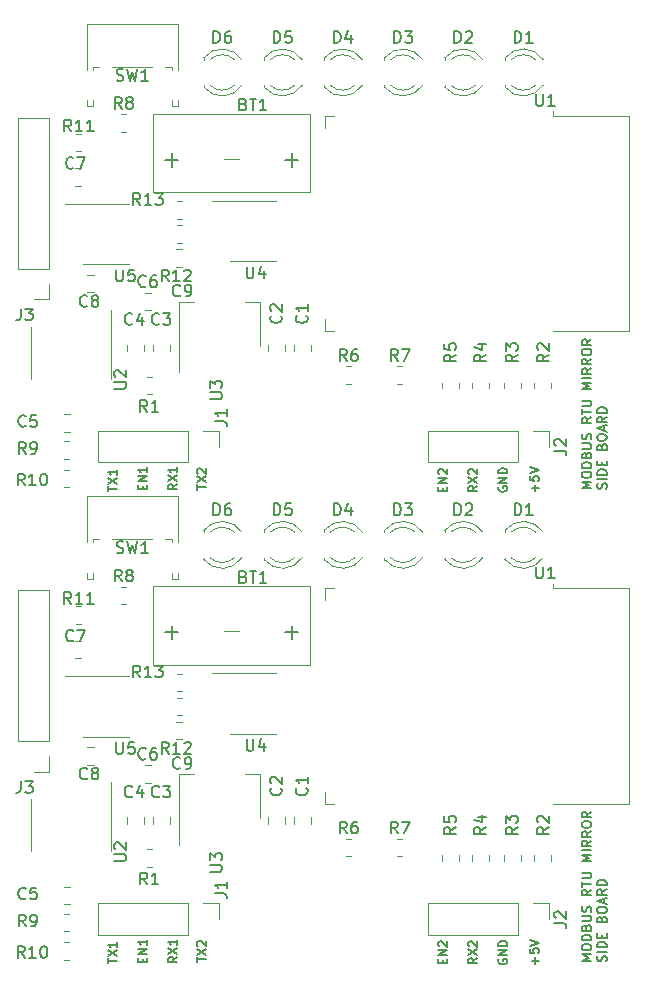
<source format=gbr>
%TF.GenerationSoftware,KiCad,Pcbnew,6.0.11-2627ca5db0~126~ubuntu20.04.1*%
%TF.CreationDate,2024-10-06T15:55:14-05:00*%
%TF.ProjectId,,58585858-5858-4585-9858-585858585858,rev?*%
%TF.SameCoordinates,Original*%
%TF.FileFunction,Legend,Top*%
%TF.FilePolarity,Positive*%
%FSLAX46Y46*%
G04 Gerber Fmt 4.6, Leading zero omitted, Abs format (unit mm)*
G04 Created by KiCad (PCBNEW 6.0.11-2627ca5db0~126~ubuntu20.04.1) date 2024-10-06 15:55:14*
%MOMM*%
%LPD*%
G01*
G04 APERTURE LIST*
%ADD10C,0.187500*%
%ADD11C,0.200000*%
%ADD12C,0.150000*%
%ADD13C,0.120000*%
G04 APERTURE END LIST*
D10*
X94458285Y-116588571D02*
X94458285Y-116160000D01*
X95208285Y-116374285D02*
X94458285Y-116374285D01*
X94458285Y-115981428D02*
X95208285Y-115481428D01*
X94458285Y-115481428D02*
X95208285Y-115981428D01*
X95208285Y-114802857D02*
X95208285Y-115231428D01*
X95208285Y-115017142D02*
X94458285Y-115017142D01*
X94565428Y-115088571D01*
X94636857Y-115160000D01*
X94672571Y-115231428D01*
X127514000Y-116231428D02*
X127478285Y-116302857D01*
X127478285Y-116410000D01*
X127514000Y-116517142D01*
X127585428Y-116588571D01*
X127656857Y-116624285D01*
X127799714Y-116660000D01*
X127906857Y-116660000D01*
X128049714Y-116624285D01*
X128121142Y-116588571D01*
X128192571Y-116517142D01*
X128228285Y-116410000D01*
X128228285Y-116338571D01*
X128192571Y-116231428D01*
X128156857Y-116195714D01*
X127906857Y-116195714D01*
X127906857Y-116338571D01*
X128228285Y-115874285D02*
X127478285Y-115874285D01*
X128228285Y-115445714D01*
X127478285Y-115445714D01*
X128228285Y-115088571D02*
X127478285Y-115088571D01*
X127478285Y-114910000D01*
X127514000Y-114802857D01*
X127585428Y-114731428D01*
X127656857Y-114695714D01*
X127799714Y-114660000D01*
X127906857Y-114660000D01*
X128049714Y-114695714D01*
X128121142Y-114731428D01*
X128192571Y-114802857D01*
X128228285Y-114910000D01*
X128228285Y-115088571D01*
X97355428Y-116443714D02*
X97355428Y-116193714D01*
X97748285Y-116086571D02*
X97748285Y-116443714D01*
X96998285Y-116443714D01*
X96998285Y-116086571D01*
X97748285Y-115765142D02*
X96998285Y-115765142D01*
X97748285Y-115336571D01*
X96998285Y-115336571D01*
X97748285Y-114586571D02*
X97748285Y-115015142D01*
X97748285Y-114800857D02*
X96998285Y-114800857D01*
X97105428Y-114872285D01*
X97176857Y-114943714D01*
X97212571Y-115015142D01*
X100288285Y-116015142D02*
X99931142Y-116265142D01*
X100288285Y-116443714D02*
X99538285Y-116443714D01*
X99538285Y-116158000D01*
X99574000Y-116086571D01*
X99609714Y-116050857D01*
X99681142Y-116015142D01*
X99788285Y-116015142D01*
X99859714Y-116050857D01*
X99895428Y-116086571D01*
X99931142Y-116158000D01*
X99931142Y-116443714D01*
X99538285Y-115765142D02*
X100288285Y-115265142D01*
X99538285Y-115265142D02*
X100288285Y-115765142D01*
X100288285Y-114586571D02*
X100288285Y-115015142D01*
X100288285Y-114800857D02*
X99538285Y-114800857D01*
X99645428Y-114872285D01*
X99716857Y-114943714D01*
X99752571Y-115015142D01*
X125688285Y-116142142D02*
X125331142Y-116392142D01*
X125688285Y-116570714D02*
X124938285Y-116570714D01*
X124938285Y-116285000D01*
X124974000Y-116213571D01*
X125009714Y-116177857D01*
X125081142Y-116142142D01*
X125188285Y-116142142D01*
X125259714Y-116177857D01*
X125295428Y-116213571D01*
X125331142Y-116285000D01*
X125331142Y-116570714D01*
X124938285Y-115892142D02*
X125688285Y-115392142D01*
X124938285Y-115392142D02*
X125688285Y-115892142D01*
X125009714Y-115142142D02*
X124974000Y-115106428D01*
X124938285Y-115035000D01*
X124938285Y-114856428D01*
X124974000Y-114785000D01*
X125009714Y-114749285D01*
X125081142Y-114713571D01*
X125152571Y-114713571D01*
X125259714Y-114749285D01*
X125688285Y-115177857D01*
X125688285Y-114713571D01*
X101951285Y-116461571D02*
X101951285Y-116033000D01*
X102701285Y-116247285D02*
X101951285Y-116247285D01*
X101951285Y-115854428D02*
X102701285Y-115354428D01*
X101951285Y-115354428D02*
X102701285Y-115854428D01*
X102022714Y-115104428D02*
X101987000Y-115068714D01*
X101951285Y-114997285D01*
X101951285Y-114818714D01*
X101987000Y-114747285D01*
X102022714Y-114711571D01*
X102094142Y-114675857D01*
X102165571Y-114675857D01*
X102272714Y-114711571D01*
X102701285Y-115140142D01*
X102701285Y-114675857D01*
D11*
X135353904Y-116355523D02*
X134553904Y-116355523D01*
X135125333Y-116088857D01*
X134553904Y-115822190D01*
X135353904Y-115822190D01*
X134553904Y-115288857D02*
X134553904Y-115136476D01*
X134592000Y-115060285D01*
X134668190Y-114984095D01*
X134820571Y-114946000D01*
X135087238Y-114946000D01*
X135239619Y-114984095D01*
X135315809Y-115060285D01*
X135353904Y-115136476D01*
X135353904Y-115288857D01*
X135315809Y-115365047D01*
X135239619Y-115441238D01*
X135087238Y-115479333D01*
X134820571Y-115479333D01*
X134668190Y-115441238D01*
X134592000Y-115365047D01*
X134553904Y-115288857D01*
X135353904Y-114603142D02*
X134553904Y-114603142D01*
X134553904Y-114412666D01*
X134592000Y-114298380D01*
X134668190Y-114222190D01*
X134744380Y-114184095D01*
X134896761Y-114146000D01*
X135011047Y-114146000D01*
X135163428Y-114184095D01*
X135239619Y-114222190D01*
X135315809Y-114298380D01*
X135353904Y-114412666D01*
X135353904Y-114603142D01*
X134934857Y-113536476D02*
X134972952Y-113422190D01*
X135011047Y-113384095D01*
X135087238Y-113346000D01*
X135201523Y-113346000D01*
X135277714Y-113384095D01*
X135315809Y-113422190D01*
X135353904Y-113498380D01*
X135353904Y-113803142D01*
X134553904Y-113803142D01*
X134553904Y-113536476D01*
X134592000Y-113460285D01*
X134630095Y-113422190D01*
X134706285Y-113384095D01*
X134782476Y-113384095D01*
X134858666Y-113422190D01*
X134896761Y-113460285D01*
X134934857Y-113536476D01*
X134934857Y-113803142D01*
X134553904Y-113003142D02*
X135201523Y-113003142D01*
X135277714Y-112965047D01*
X135315809Y-112926952D01*
X135353904Y-112850761D01*
X135353904Y-112698380D01*
X135315809Y-112622190D01*
X135277714Y-112584095D01*
X135201523Y-112546000D01*
X134553904Y-112546000D01*
X135315809Y-112203142D02*
X135353904Y-112088857D01*
X135353904Y-111898380D01*
X135315809Y-111822190D01*
X135277714Y-111784095D01*
X135201523Y-111746000D01*
X135125333Y-111746000D01*
X135049142Y-111784095D01*
X135011047Y-111822190D01*
X134972952Y-111898380D01*
X134934857Y-112050761D01*
X134896761Y-112126952D01*
X134858666Y-112165047D01*
X134782476Y-112203142D01*
X134706285Y-112203142D01*
X134630095Y-112165047D01*
X134592000Y-112126952D01*
X134553904Y-112050761D01*
X134553904Y-111860285D01*
X134592000Y-111746000D01*
X135353904Y-110336476D02*
X134972952Y-110603142D01*
X135353904Y-110793619D02*
X134553904Y-110793619D01*
X134553904Y-110488857D01*
X134592000Y-110412666D01*
X134630095Y-110374571D01*
X134706285Y-110336476D01*
X134820571Y-110336476D01*
X134896761Y-110374571D01*
X134934857Y-110412666D01*
X134972952Y-110488857D01*
X134972952Y-110793619D01*
X134553904Y-110107904D02*
X134553904Y-109650761D01*
X135353904Y-109879333D02*
X134553904Y-109879333D01*
X134553904Y-109384095D02*
X135201523Y-109384095D01*
X135277714Y-109346000D01*
X135315809Y-109307904D01*
X135353904Y-109231714D01*
X135353904Y-109079333D01*
X135315809Y-109003142D01*
X135277714Y-108965047D01*
X135201523Y-108926952D01*
X134553904Y-108926952D01*
X135353904Y-107936476D02*
X134553904Y-107936476D01*
X135125333Y-107669809D01*
X134553904Y-107403142D01*
X135353904Y-107403142D01*
X135353904Y-107022190D02*
X134553904Y-107022190D01*
X135353904Y-106184095D02*
X134972952Y-106450761D01*
X135353904Y-106641238D02*
X134553904Y-106641238D01*
X134553904Y-106336476D01*
X134592000Y-106260285D01*
X134630095Y-106222190D01*
X134706285Y-106184095D01*
X134820571Y-106184095D01*
X134896761Y-106222190D01*
X134934857Y-106260285D01*
X134972952Y-106336476D01*
X134972952Y-106641238D01*
X135353904Y-105384095D02*
X134972952Y-105650761D01*
X135353904Y-105841238D02*
X134553904Y-105841238D01*
X134553904Y-105536476D01*
X134592000Y-105460285D01*
X134630095Y-105422190D01*
X134706285Y-105384095D01*
X134820571Y-105384095D01*
X134896761Y-105422190D01*
X134934857Y-105460285D01*
X134972952Y-105536476D01*
X134972952Y-105841238D01*
X134553904Y-104888857D02*
X134553904Y-104736476D01*
X134592000Y-104660285D01*
X134668190Y-104584095D01*
X134820571Y-104546000D01*
X135087238Y-104546000D01*
X135239619Y-104584095D01*
X135315809Y-104660285D01*
X135353904Y-104736476D01*
X135353904Y-104888857D01*
X135315809Y-104965047D01*
X135239619Y-105041238D01*
X135087238Y-105079333D01*
X134820571Y-105079333D01*
X134668190Y-105041238D01*
X134592000Y-104965047D01*
X134553904Y-104888857D01*
X135353904Y-103746000D02*
X134972952Y-104012666D01*
X135353904Y-104203142D02*
X134553904Y-104203142D01*
X134553904Y-103898380D01*
X134592000Y-103822190D01*
X134630095Y-103784095D01*
X134706285Y-103746000D01*
X134820571Y-103746000D01*
X134896761Y-103784095D01*
X134934857Y-103822190D01*
X134972952Y-103898380D01*
X134972952Y-104203142D01*
X136603809Y-116393619D02*
X136641904Y-116279333D01*
X136641904Y-116088857D01*
X136603809Y-116012666D01*
X136565714Y-115974571D01*
X136489523Y-115936476D01*
X136413333Y-115936476D01*
X136337142Y-115974571D01*
X136299047Y-116012666D01*
X136260952Y-116088857D01*
X136222857Y-116241238D01*
X136184761Y-116317428D01*
X136146666Y-116355523D01*
X136070476Y-116393619D01*
X135994285Y-116393619D01*
X135918095Y-116355523D01*
X135880000Y-116317428D01*
X135841904Y-116241238D01*
X135841904Y-116050761D01*
X135880000Y-115936476D01*
X136641904Y-115593619D02*
X135841904Y-115593619D01*
X136641904Y-115212666D02*
X135841904Y-115212666D01*
X135841904Y-115022190D01*
X135880000Y-114907904D01*
X135956190Y-114831714D01*
X136032380Y-114793619D01*
X136184761Y-114755523D01*
X136299047Y-114755523D01*
X136451428Y-114793619D01*
X136527619Y-114831714D01*
X136603809Y-114907904D01*
X136641904Y-115022190D01*
X136641904Y-115212666D01*
X136222857Y-114412666D02*
X136222857Y-114146000D01*
X136641904Y-114031714D02*
X136641904Y-114412666D01*
X135841904Y-114412666D01*
X135841904Y-114031714D01*
X136222857Y-112812666D02*
X136260952Y-112698380D01*
X136299047Y-112660285D01*
X136375238Y-112622190D01*
X136489523Y-112622190D01*
X136565714Y-112660285D01*
X136603809Y-112698380D01*
X136641904Y-112774571D01*
X136641904Y-113079333D01*
X135841904Y-113079333D01*
X135841904Y-112812666D01*
X135880000Y-112736476D01*
X135918095Y-112698380D01*
X135994285Y-112660285D01*
X136070476Y-112660285D01*
X136146666Y-112698380D01*
X136184761Y-112736476D01*
X136222857Y-112812666D01*
X136222857Y-113079333D01*
X135841904Y-112126952D02*
X135841904Y-111974571D01*
X135880000Y-111898380D01*
X135956190Y-111822190D01*
X136108571Y-111784095D01*
X136375238Y-111784095D01*
X136527619Y-111822190D01*
X136603809Y-111898380D01*
X136641904Y-111974571D01*
X136641904Y-112126952D01*
X136603809Y-112203142D01*
X136527619Y-112279333D01*
X136375238Y-112317428D01*
X136108571Y-112317428D01*
X135956190Y-112279333D01*
X135880000Y-112203142D01*
X135841904Y-112126952D01*
X136413333Y-111479333D02*
X136413333Y-111098380D01*
X136641904Y-111555523D02*
X135841904Y-111288857D01*
X136641904Y-111022190D01*
X136641904Y-110298380D02*
X136260952Y-110565047D01*
X136641904Y-110755523D02*
X135841904Y-110755523D01*
X135841904Y-110450761D01*
X135880000Y-110374571D01*
X135918095Y-110336476D01*
X135994285Y-110298380D01*
X136108571Y-110298380D01*
X136184761Y-110336476D01*
X136222857Y-110374571D01*
X136260952Y-110450761D01*
X136260952Y-110755523D01*
X136641904Y-109955523D02*
X135841904Y-109955523D01*
X135841904Y-109765047D01*
X135880000Y-109650761D01*
X135956190Y-109574571D01*
X136032380Y-109536476D01*
X136184761Y-109498380D01*
X136299047Y-109498380D01*
X136451428Y-109536476D01*
X136527619Y-109574571D01*
X136603809Y-109650761D01*
X136641904Y-109765047D01*
X136641904Y-109955523D01*
D10*
X122755428Y-116570714D02*
X122755428Y-116320714D01*
X123148285Y-116213571D02*
X123148285Y-116570714D01*
X122398285Y-116570714D01*
X122398285Y-116213571D01*
X123148285Y-115892142D02*
X122398285Y-115892142D01*
X123148285Y-115463571D01*
X122398285Y-115463571D01*
X122469714Y-115142142D02*
X122434000Y-115106428D01*
X122398285Y-115035000D01*
X122398285Y-114856428D01*
X122434000Y-114785000D01*
X122469714Y-114749285D01*
X122541142Y-114713571D01*
X122612571Y-114713571D01*
X122719714Y-114749285D01*
X123148285Y-115177857D01*
X123148285Y-114713571D01*
X130609571Y-116624285D02*
X130609571Y-116052857D01*
X130895285Y-116338571D02*
X130323857Y-116338571D01*
X130145285Y-115338571D02*
X130145285Y-115695714D01*
X130502428Y-115731428D01*
X130466714Y-115695714D01*
X130431000Y-115624285D01*
X130431000Y-115445714D01*
X130466714Y-115374285D01*
X130502428Y-115338571D01*
X130573857Y-115302857D01*
X130752428Y-115302857D01*
X130823857Y-115338571D01*
X130859571Y-115374285D01*
X130895285Y-115445714D01*
X130895285Y-115624285D01*
X130859571Y-115695714D01*
X130823857Y-115731428D01*
X130145285Y-115088571D02*
X130895285Y-114838571D01*
X130145285Y-114588571D01*
X130609571Y-76624285D02*
X130609571Y-76052857D01*
X130895285Y-76338571D02*
X130323857Y-76338571D01*
X130145285Y-75338571D02*
X130145285Y-75695714D01*
X130502428Y-75731428D01*
X130466714Y-75695714D01*
X130431000Y-75624285D01*
X130431000Y-75445714D01*
X130466714Y-75374285D01*
X130502428Y-75338571D01*
X130573857Y-75302857D01*
X130752428Y-75302857D01*
X130823857Y-75338571D01*
X130859571Y-75374285D01*
X130895285Y-75445714D01*
X130895285Y-75624285D01*
X130859571Y-75695714D01*
X130823857Y-75731428D01*
X130145285Y-75088571D02*
X130895285Y-74838571D01*
X130145285Y-74588571D01*
X122755428Y-76570714D02*
X122755428Y-76320714D01*
X123148285Y-76213571D02*
X123148285Y-76570714D01*
X122398285Y-76570714D01*
X122398285Y-76213571D01*
X123148285Y-75892142D02*
X122398285Y-75892142D01*
X123148285Y-75463571D01*
X122398285Y-75463571D01*
X122469714Y-75142142D02*
X122434000Y-75106428D01*
X122398285Y-75035000D01*
X122398285Y-74856428D01*
X122434000Y-74785000D01*
X122469714Y-74749285D01*
X122541142Y-74713571D01*
X122612571Y-74713571D01*
X122719714Y-74749285D01*
X123148285Y-75177857D01*
X123148285Y-74713571D01*
D11*
X135353904Y-76355523D02*
X134553904Y-76355523D01*
X135125333Y-76088857D01*
X134553904Y-75822190D01*
X135353904Y-75822190D01*
X134553904Y-75288857D02*
X134553904Y-75136476D01*
X134592000Y-75060285D01*
X134668190Y-74984095D01*
X134820571Y-74946000D01*
X135087238Y-74946000D01*
X135239619Y-74984095D01*
X135315809Y-75060285D01*
X135353904Y-75136476D01*
X135353904Y-75288857D01*
X135315809Y-75365047D01*
X135239619Y-75441238D01*
X135087238Y-75479333D01*
X134820571Y-75479333D01*
X134668190Y-75441238D01*
X134592000Y-75365047D01*
X134553904Y-75288857D01*
X135353904Y-74603142D02*
X134553904Y-74603142D01*
X134553904Y-74412666D01*
X134592000Y-74298380D01*
X134668190Y-74222190D01*
X134744380Y-74184095D01*
X134896761Y-74146000D01*
X135011047Y-74146000D01*
X135163428Y-74184095D01*
X135239619Y-74222190D01*
X135315809Y-74298380D01*
X135353904Y-74412666D01*
X135353904Y-74603142D01*
X134934857Y-73536476D02*
X134972952Y-73422190D01*
X135011047Y-73384095D01*
X135087238Y-73346000D01*
X135201523Y-73346000D01*
X135277714Y-73384095D01*
X135315809Y-73422190D01*
X135353904Y-73498380D01*
X135353904Y-73803142D01*
X134553904Y-73803142D01*
X134553904Y-73536476D01*
X134592000Y-73460285D01*
X134630095Y-73422190D01*
X134706285Y-73384095D01*
X134782476Y-73384095D01*
X134858666Y-73422190D01*
X134896761Y-73460285D01*
X134934857Y-73536476D01*
X134934857Y-73803142D01*
X134553904Y-73003142D02*
X135201523Y-73003142D01*
X135277714Y-72965047D01*
X135315809Y-72926952D01*
X135353904Y-72850761D01*
X135353904Y-72698380D01*
X135315809Y-72622190D01*
X135277714Y-72584095D01*
X135201523Y-72546000D01*
X134553904Y-72546000D01*
X135315809Y-72203142D02*
X135353904Y-72088857D01*
X135353904Y-71898380D01*
X135315809Y-71822190D01*
X135277714Y-71784095D01*
X135201523Y-71746000D01*
X135125333Y-71746000D01*
X135049142Y-71784095D01*
X135011047Y-71822190D01*
X134972952Y-71898380D01*
X134934857Y-72050761D01*
X134896761Y-72126952D01*
X134858666Y-72165047D01*
X134782476Y-72203142D01*
X134706285Y-72203142D01*
X134630095Y-72165047D01*
X134592000Y-72126952D01*
X134553904Y-72050761D01*
X134553904Y-71860285D01*
X134592000Y-71746000D01*
X135353904Y-70336476D02*
X134972952Y-70603142D01*
X135353904Y-70793619D02*
X134553904Y-70793619D01*
X134553904Y-70488857D01*
X134592000Y-70412666D01*
X134630095Y-70374571D01*
X134706285Y-70336476D01*
X134820571Y-70336476D01*
X134896761Y-70374571D01*
X134934857Y-70412666D01*
X134972952Y-70488857D01*
X134972952Y-70793619D01*
X134553904Y-70107904D02*
X134553904Y-69650761D01*
X135353904Y-69879333D02*
X134553904Y-69879333D01*
X134553904Y-69384095D02*
X135201523Y-69384095D01*
X135277714Y-69346000D01*
X135315809Y-69307904D01*
X135353904Y-69231714D01*
X135353904Y-69079333D01*
X135315809Y-69003142D01*
X135277714Y-68965047D01*
X135201523Y-68926952D01*
X134553904Y-68926952D01*
X135353904Y-67936476D02*
X134553904Y-67936476D01*
X135125333Y-67669809D01*
X134553904Y-67403142D01*
X135353904Y-67403142D01*
X135353904Y-67022190D02*
X134553904Y-67022190D01*
X135353904Y-66184095D02*
X134972952Y-66450761D01*
X135353904Y-66641238D02*
X134553904Y-66641238D01*
X134553904Y-66336476D01*
X134592000Y-66260285D01*
X134630095Y-66222190D01*
X134706285Y-66184095D01*
X134820571Y-66184095D01*
X134896761Y-66222190D01*
X134934857Y-66260285D01*
X134972952Y-66336476D01*
X134972952Y-66641238D01*
X135353904Y-65384095D02*
X134972952Y-65650761D01*
X135353904Y-65841238D02*
X134553904Y-65841238D01*
X134553904Y-65536476D01*
X134592000Y-65460285D01*
X134630095Y-65422190D01*
X134706285Y-65384095D01*
X134820571Y-65384095D01*
X134896761Y-65422190D01*
X134934857Y-65460285D01*
X134972952Y-65536476D01*
X134972952Y-65841238D01*
X134553904Y-64888857D02*
X134553904Y-64736476D01*
X134592000Y-64660285D01*
X134668190Y-64584095D01*
X134820571Y-64546000D01*
X135087238Y-64546000D01*
X135239619Y-64584095D01*
X135315809Y-64660285D01*
X135353904Y-64736476D01*
X135353904Y-64888857D01*
X135315809Y-64965047D01*
X135239619Y-65041238D01*
X135087238Y-65079333D01*
X134820571Y-65079333D01*
X134668190Y-65041238D01*
X134592000Y-64965047D01*
X134553904Y-64888857D01*
X135353904Y-63746000D02*
X134972952Y-64012666D01*
X135353904Y-64203142D02*
X134553904Y-64203142D01*
X134553904Y-63898380D01*
X134592000Y-63822190D01*
X134630095Y-63784095D01*
X134706285Y-63746000D01*
X134820571Y-63746000D01*
X134896761Y-63784095D01*
X134934857Y-63822190D01*
X134972952Y-63898380D01*
X134972952Y-64203142D01*
X136603809Y-76393619D02*
X136641904Y-76279333D01*
X136641904Y-76088857D01*
X136603809Y-76012666D01*
X136565714Y-75974571D01*
X136489523Y-75936476D01*
X136413333Y-75936476D01*
X136337142Y-75974571D01*
X136299047Y-76012666D01*
X136260952Y-76088857D01*
X136222857Y-76241238D01*
X136184761Y-76317428D01*
X136146666Y-76355523D01*
X136070476Y-76393619D01*
X135994285Y-76393619D01*
X135918095Y-76355523D01*
X135880000Y-76317428D01*
X135841904Y-76241238D01*
X135841904Y-76050761D01*
X135880000Y-75936476D01*
X136641904Y-75593619D02*
X135841904Y-75593619D01*
X136641904Y-75212666D02*
X135841904Y-75212666D01*
X135841904Y-75022190D01*
X135880000Y-74907904D01*
X135956190Y-74831714D01*
X136032380Y-74793619D01*
X136184761Y-74755523D01*
X136299047Y-74755523D01*
X136451428Y-74793619D01*
X136527619Y-74831714D01*
X136603809Y-74907904D01*
X136641904Y-75022190D01*
X136641904Y-75212666D01*
X136222857Y-74412666D02*
X136222857Y-74146000D01*
X136641904Y-74031714D02*
X136641904Y-74412666D01*
X135841904Y-74412666D01*
X135841904Y-74031714D01*
X136222857Y-72812666D02*
X136260952Y-72698380D01*
X136299047Y-72660285D01*
X136375238Y-72622190D01*
X136489523Y-72622190D01*
X136565714Y-72660285D01*
X136603809Y-72698380D01*
X136641904Y-72774571D01*
X136641904Y-73079333D01*
X135841904Y-73079333D01*
X135841904Y-72812666D01*
X135880000Y-72736476D01*
X135918095Y-72698380D01*
X135994285Y-72660285D01*
X136070476Y-72660285D01*
X136146666Y-72698380D01*
X136184761Y-72736476D01*
X136222857Y-72812666D01*
X136222857Y-73079333D01*
X135841904Y-72126952D02*
X135841904Y-71974571D01*
X135880000Y-71898380D01*
X135956190Y-71822190D01*
X136108571Y-71784095D01*
X136375238Y-71784095D01*
X136527619Y-71822190D01*
X136603809Y-71898380D01*
X136641904Y-71974571D01*
X136641904Y-72126952D01*
X136603809Y-72203142D01*
X136527619Y-72279333D01*
X136375238Y-72317428D01*
X136108571Y-72317428D01*
X135956190Y-72279333D01*
X135880000Y-72203142D01*
X135841904Y-72126952D01*
X136413333Y-71479333D02*
X136413333Y-71098380D01*
X136641904Y-71555523D02*
X135841904Y-71288857D01*
X136641904Y-71022190D01*
X136641904Y-70298380D02*
X136260952Y-70565047D01*
X136641904Y-70755523D02*
X135841904Y-70755523D01*
X135841904Y-70450761D01*
X135880000Y-70374571D01*
X135918095Y-70336476D01*
X135994285Y-70298380D01*
X136108571Y-70298380D01*
X136184761Y-70336476D01*
X136222857Y-70374571D01*
X136260952Y-70450761D01*
X136260952Y-70755523D01*
X136641904Y-69955523D02*
X135841904Y-69955523D01*
X135841904Y-69765047D01*
X135880000Y-69650761D01*
X135956190Y-69574571D01*
X136032380Y-69536476D01*
X136184761Y-69498380D01*
X136299047Y-69498380D01*
X136451428Y-69536476D01*
X136527619Y-69574571D01*
X136603809Y-69650761D01*
X136641904Y-69765047D01*
X136641904Y-69955523D01*
D10*
X101951285Y-76461571D02*
X101951285Y-76033000D01*
X102701285Y-76247285D02*
X101951285Y-76247285D01*
X101951285Y-75854428D02*
X102701285Y-75354428D01*
X101951285Y-75354428D02*
X102701285Y-75854428D01*
X102022714Y-75104428D02*
X101987000Y-75068714D01*
X101951285Y-74997285D01*
X101951285Y-74818714D01*
X101987000Y-74747285D01*
X102022714Y-74711571D01*
X102094142Y-74675857D01*
X102165571Y-74675857D01*
X102272714Y-74711571D01*
X102701285Y-75140142D01*
X102701285Y-74675857D01*
X125688285Y-76142142D02*
X125331142Y-76392142D01*
X125688285Y-76570714D02*
X124938285Y-76570714D01*
X124938285Y-76285000D01*
X124974000Y-76213571D01*
X125009714Y-76177857D01*
X125081142Y-76142142D01*
X125188285Y-76142142D01*
X125259714Y-76177857D01*
X125295428Y-76213571D01*
X125331142Y-76285000D01*
X125331142Y-76570714D01*
X124938285Y-75892142D02*
X125688285Y-75392142D01*
X124938285Y-75392142D02*
X125688285Y-75892142D01*
X125009714Y-75142142D02*
X124974000Y-75106428D01*
X124938285Y-75035000D01*
X124938285Y-74856428D01*
X124974000Y-74785000D01*
X125009714Y-74749285D01*
X125081142Y-74713571D01*
X125152571Y-74713571D01*
X125259714Y-74749285D01*
X125688285Y-75177857D01*
X125688285Y-74713571D01*
X100288285Y-76015142D02*
X99931142Y-76265142D01*
X100288285Y-76443714D02*
X99538285Y-76443714D01*
X99538285Y-76158000D01*
X99574000Y-76086571D01*
X99609714Y-76050857D01*
X99681142Y-76015142D01*
X99788285Y-76015142D01*
X99859714Y-76050857D01*
X99895428Y-76086571D01*
X99931142Y-76158000D01*
X99931142Y-76443714D01*
X99538285Y-75765142D02*
X100288285Y-75265142D01*
X99538285Y-75265142D02*
X100288285Y-75765142D01*
X100288285Y-74586571D02*
X100288285Y-75015142D01*
X100288285Y-74800857D02*
X99538285Y-74800857D01*
X99645428Y-74872285D01*
X99716857Y-74943714D01*
X99752571Y-75015142D01*
X97355428Y-76443714D02*
X97355428Y-76193714D01*
X97748285Y-76086571D02*
X97748285Y-76443714D01*
X96998285Y-76443714D01*
X96998285Y-76086571D01*
X97748285Y-75765142D02*
X96998285Y-75765142D01*
X97748285Y-75336571D01*
X96998285Y-75336571D01*
X97748285Y-74586571D02*
X97748285Y-75015142D01*
X97748285Y-74800857D02*
X96998285Y-74800857D01*
X97105428Y-74872285D01*
X97176857Y-74943714D01*
X97212571Y-75015142D01*
X127514000Y-76231428D02*
X127478285Y-76302857D01*
X127478285Y-76410000D01*
X127514000Y-76517142D01*
X127585428Y-76588571D01*
X127656857Y-76624285D01*
X127799714Y-76660000D01*
X127906857Y-76660000D01*
X128049714Y-76624285D01*
X128121142Y-76588571D01*
X128192571Y-76517142D01*
X128228285Y-76410000D01*
X128228285Y-76338571D01*
X128192571Y-76231428D01*
X128156857Y-76195714D01*
X127906857Y-76195714D01*
X127906857Y-76338571D01*
X128228285Y-75874285D02*
X127478285Y-75874285D01*
X128228285Y-75445714D01*
X127478285Y-75445714D01*
X128228285Y-75088571D02*
X127478285Y-75088571D01*
X127478285Y-74910000D01*
X127514000Y-74802857D01*
X127585428Y-74731428D01*
X127656857Y-74695714D01*
X127799714Y-74660000D01*
X127906857Y-74660000D01*
X128049714Y-74695714D01*
X128121142Y-74731428D01*
X128192571Y-74802857D01*
X128228285Y-74910000D01*
X128228285Y-75088571D01*
X94458285Y-76588571D02*
X94458285Y-76160000D01*
X95208285Y-76374285D02*
X94458285Y-76374285D01*
X94458285Y-75981428D02*
X95208285Y-75481428D01*
X94458285Y-75481428D02*
X95208285Y-75981428D01*
X95208285Y-74802857D02*
X95208285Y-75231428D01*
X95208285Y-75017142D02*
X94458285Y-75017142D01*
X94565428Y-75088571D01*
X94636857Y-75160000D01*
X94672571Y-75231428D01*
D12*
%TO.C,R5*%
X123896380Y-105031666D02*
X123420190Y-105365000D01*
X123896380Y-105603095D02*
X122896380Y-105603095D01*
X122896380Y-105222142D01*
X122944000Y-105126904D01*
X122991619Y-105079285D01*
X123086857Y-105031666D01*
X123229714Y-105031666D01*
X123324952Y-105079285D01*
X123372571Y-105126904D01*
X123420190Y-105222142D01*
X123420190Y-105603095D01*
X122896380Y-104126904D02*
X122896380Y-104603095D01*
X123372571Y-104650714D01*
X123324952Y-104603095D01*
X123277333Y-104507857D01*
X123277333Y-104269761D01*
X123324952Y-104174523D01*
X123372571Y-104126904D01*
X123467809Y-104079285D01*
X123705904Y-104079285D01*
X123801142Y-104126904D01*
X123848761Y-104174523D01*
X123896380Y-104269761D01*
X123896380Y-104507857D01*
X123848761Y-104603095D01*
X123801142Y-104650714D01*
%TO.C,C7*%
X91496833Y-89220142D02*
X91449214Y-89267761D01*
X91306357Y-89315380D01*
X91211119Y-89315380D01*
X91068261Y-89267761D01*
X90973023Y-89172523D01*
X90925404Y-89077285D01*
X90877785Y-88886809D01*
X90877785Y-88743952D01*
X90925404Y-88553476D01*
X90973023Y-88458238D01*
X91068261Y-88363000D01*
X91211119Y-88315380D01*
X91306357Y-88315380D01*
X91449214Y-88363000D01*
X91496833Y-88410619D01*
X91830166Y-88315380D02*
X92496833Y-88315380D01*
X92068261Y-89315380D01*
%TO.C,D6*%
X103359904Y-78641380D02*
X103359904Y-77641380D01*
X103598000Y-77641380D01*
X103740857Y-77689000D01*
X103836095Y-77784238D01*
X103883714Y-77879476D01*
X103931333Y-78069952D01*
X103931333Y-78212809D01*
X103883714Y-78403285D01*
X103836095Y-78498523D01*
X103740857Y-78593761D01*
X103598000Y-78641380D01*
X103359904Y-78641380D01*
X104788476Y-77641380D02*
X104598000Y-77641380D01*
X104502761Y-77689000D01*
X104455142Y-77736619D01*
X104359904Y-77879476D01*
X104312285Y-78069952D01*
X104312285Y-78450904D01*
X104359904Y-78546142D01*
X104407523Y-78593761D01*
X104502761Y-78641380D01*
X104693238Y-78641380D01*
X104788476Y-78593761D01*
X104836095Y-78546142D01*
X104883714Y-78450904D01*
X104883714Y-78212809D01*
X104836095Y-78117571D01*
X104788476Y-78069952D01*
X104693238Y-78022333D01*
X104502761Y-78022333D01*
X104407523Y-78069952D01*
X104359904Y-78117571D01*
X104312285Y-78212809D01*
%TO.C,D5*%
X108459904Y-78641380D02*
X108459904Y-77641380D01*
X108698000Y-77641380D01*
X108840857Y-77689000D01*
X108936095Y-77784238D01*
X108983714Y-77879476D01*
X109031333Y-78069952D01*
X109031333Y-78212809D01*
X108983714Y-78403285D01*
X108936095Y-78498523D01*
X108840857Y-78593761D01*
X108698000Y-78641380D01*
X108459904Y-78641380D01*
X109936095Y-77641380D02*
X109459904Y-77641380D01*
X109412285Y-78117571D01*
X109459904Y-78069952D01*
X109555142Y-78022333D01*
X109793238Y-78022333D01*
X109888476Y-78069952D01*
X109936095Y-78117571D01*
X109983714Y-78212809D01*
X109983714Y-78450904D01*
X109936095Y-78546142D01*
X109888476Y-78593761D01*
X109793238Y-78641380D01*
X109555142Y-78641380D01*
X109459904Y-78593761D01*
X109412285Y-78546142D01*
%TO.C,C3*%
X98766333Y-102428142D02*
X98718714Y-102475761D01*
X98575857Y-102523380D01*
X98480619Y-102523380D01*
X98337761Y-102475761D01*
X98242523Y-102380523D01*
X98194904Y-102285285D01*
X98147285Y-102094809D01*
X98147285Y-101951952D01*
X98194904Y-101761476D01*
X98242523Y-101666238D01*
X98337761Y-101571000D01*
X98480619Y-101523380D01*
X98575857Y-101523380D01*
X98718714Y-101571000D01*
X98766333Y-101618619D01*
X99099666Y-101523380D02*
X99718714Y-101523380D01*
X99385380Y-101904333D01*
X99528238Y-101904333D01*
X99623476Y-101951952D01*
X99671095Y-101999571D01*
X99718714Y-102094809D01*
X99718714Y-102332904D01*
X99671095Y-102428142D01*
X99623476Y-102475761D01*
X99528238Y-102523380D01*
X99242523Y-102523380D01*
X99147285Y-102475761D01*
X99099666Y-102428142D01*
%TO.C,J2*%
X132227380Y-113162333D02*
X132941666Y-113162333D01*
X133084523Y-113209952D01*
X133179761Y-113305190D01*
X133227380Y-113448047D01*
X133227380Y-113543285D01*
X132322619Y-112733761D02*
X132275000Y-112686142D01*
X132227380Y-112590904D01*
X132227380Y-112352809D01*
X132275000Y-112257571D01*
X132322619Y-112209952D01*
X132417857Y-112162333D01*
X132513095Y-112162333D01*
X132655952Y-112209952D01*
X133227380Y-112781380D01*
X133227380Y-112162333D01*
%TO.C,U3*%
X103084380Y-108801904D02*
X103893904Y-108801904D01*
X103989142Y-108754285D01*
X104036761Y-108706666D01*
X104084380Y-108611428D01*
X104084380Y-108420952D01*
X104036761Y-108325714D01*
X103989142Y-108278095D01*
X103893904Y-108230476D01*
X103084380Y-108230476D01*
X103084380Y-107849523D02*
X103084380Y-107230476D01*
X103465333Y-107563809D01*
X103465333Y-107420952D01*
X103512952Y-107325714D01*
X103560571Y-107278095D01*
X103655809Y-107230476D01*
X103893904Y-107230476D01*
X103989142Y-107278095D01*
X104036761Y-107325714D01*
X104084380Y-107420952D01*
X104084380Y-107706666D01*
X104036761Y-107801904D01*
X103989142Y-107849523D01*
%TO.C,SW1*%
X95161666Y-81801261D02*
X95304523Y-81848880D01*
X95542619Y-81848880D01*
X95637857Y-81801261D01*
X95685476Y-81753642D01*
X95733095Y-81658404D01*
X95733095Y-81563166D01*
X95685476Y-81467928D01*
X95637857Y-81420309D01*
X95542619Y-81372690D01*
X95352142Y-81325071D01*
X95256904Y-81277452D01*
X95209285Y-81229833D01*
X95161666Y-81134595D01*
X95161666Y-81039357D01*
X95209285Y-80944119D01*
X95256904Y-80896500D01*
X95352142Y-80848880D01*
X95590238Y-80848880D01*
X95733095Y-80896500D01*
X96066428Y-80848880D02*
X96304523Y-81848880D01*
X96495000Y-81134595D01*
X96685476Y-81848880D01*
X96923571Y-80848880D01*
X97828333Y-81848880D02*
X97256904Y-81848880D01*
X97542619Y-81848880D02*
X97542619Y-80848880D01*
X97447380Y-80991738D01*
X97352142Y-81086976D01*
X97256904Y-81134595D01*
%TO.C,D1*%
X128859904Y-78641380D02*
X128859904Y-77641380D01*
X129098000Y-77641380D01*
X129240857Y-77689000D01*
X129336095Y-77784238D01*
X129383714Y-77879476D01*
X129431333Y-78069952D01*
X129431333Y-78212809D01*
X129383714Y-78403285D01*
X129336095Y-78498523D01*
X129240857Y-78593761D01*
X129098000Y-78641380D01*
X128859904Y-78641380D01*
X130383714Y-78641380D02*
X129812285Y-78641380D01*
X130098000Y-78641380D02*
X130098000Y-77641380D01*
X130002761Y-77784238D01*
X129907523Y-77879476D01*
X129812285Y-77927095D01*
%TO.C,U4*%
X106172095Y-97586380D02*
X106172095Y-98395904D01*
X106219714Y-98491142D01*
X106267333Y-98538761D01*
X106362571Y-98586380D01*
X106553047Y-98586380D01*
X106648285Y-98538761D01*
X106695904Y-98491142D01*
X106743523Y-98395904D01*
X106743523Y-97586380D01*
X107648285Y-97919714D02*
X107648285Y-98586380D01*
X107410190Y-97538761D02*
X107172095Y-98253047D01*
X107791142Y-98253047D01*
%TO.C,R13*%
X97147142Y-92363380D02*
X96813809Y-91887190D01*
X96575714Y-92363380D02*
X96575714Y-91363380D01*
X96956666Y-91363380D01*
X97051904Y-91411000D01*
X97099523Y-91458619D01*
X97147142Y-91553857D01*
X97147142Y-91696714D01*
X97099523Y-91791952D01*
X97051904Y-91839571D01*
X96956666Y-91887190D01*
X96575714Y-91887190D01*
X98099523Y-92363380D02*
X97528095Y-92363380D01*
X97813809Y-92363380D02*
X97813809Y-91363380D01*
X97718571Y-91506238D01*
X97623333Y-91601476D01*
X97528095Y-91649095D01*
X98432857Y-91363380D02*
X99051904Y-91363380D01*
X98718571Y-91744333D01*
X98861428Y-91744333D01*
X98956666Y-91791952D01*
X99004285Y-91839571D01*
X99051904Y-91934809D01*
X99051904Y-92172904D01*
X99004285Y-92268142D01*
X98956666Y-92315761D01*
X98861428Y-92363380D01*
X98575714Y-92363380D01*
X98480476Y-92315761D01*
X98432857Y-92268142D01*
%TO.C,R9*%
X87463333Y-113445380D02*
X87130000Y-112969190D01*
X86891904Y-113445380D02*
X86891904Y-112445380D01*
X87272857Y-112445380D01*
X87368095Y-112493000D01*
X87415714Y-112540619D01*
X87463333Y-112635857D01*
X87463333Y-112778714D01*
X87415714Y-112873952D01*
X87368095Y-112921571D01*
X87272857Y-112969190D01*
X86891904Y-112969190D01*
X87939523Y-113445380D02*
X88130000Y-113445380D01*
X88225238Y-113397761D01*
X88272857Y-113350142D01*
X88368095Y-113207285D01*
X88415714Y-113016809D01*
X88415714Y-112635857D01*
X88368095Y-112540619D01*
X88320476Y-112493000D01*
X88225238Y-112445380D01*
X88034761Y-112445380D01*
X87939523Y-112493000D01*
X87891904Y-112540619D01*
X87844285Y-112635857D01*
X87844285Y-112873952D01*
X87891904Y-112969190D01*
X87939523Y-113016809D01*
X88034761Y-113064428D01*
X88225238Y-113064428D01*
X88320476Y-113016809D01*
X88368095Y-112969190D01*
X88415714Y-112873952D01*
%TO.C,J1*%
X103465380Y-110659333D02*
X104179666Y-110659333D01*
X104322523Y-110706952D01*
X104417761Y-110802190D01*
X104465380Y-110945047D01*
X104465380Y-111040285D01*
X104465380Y-109659333D02*
X104465380Y-110230761D01*
X104465380Y-109945047D02*
X103465380Y-109945047D01*
X103608238Y-110040285D01*
X103703476Y-110135523D01*
X103751095Y-110230761D01*
%TO.C,C5*%
X87463333Y-111064142D02*
X87415714Y-111111761D01*
X87272857Y-111159380D01*
X87177619Y-111159380D01*
X87034761Y-111111761D01*
X86939523Y-111016523D01*
X86891904Y-110921285D01*
X86844285Y-110730809D01*
X86844285Y-110587952D01*
X86891904Y-110397476D01*
X86939523Y-110302238D01*
X87034761Y-110207000D01*
X87177619Y-110159380D01*
X87272857Y-110159380D01*
X87415714Y-110207000D01*
X87463333Y-110254619D01*
X88368095Y-110159380D02*
X87891904Y-110159380D01*
X87844285Y-110635571D01*
X87891904Y-110587952D01*
X87987142Y-110540333D01*
X88225238Y-110540333D01*
X88320476Y-110587952D01*
X88368095Y-110635571D01*
X88415714Y-110730809D01*
X88415714Y-110968904D01*
X88368095Y-111064142D01*
X88320476Y-111111761D01*
X88225238Y-111159380D01*
X87987142Y-111159380D01*
X87891904Y-111111761D01*
X87844285Y-111064142D01*
%TO.C,U1*%
X130683095Y-82981380D02*
X130683095Y-83790904D01*
X130730714Y-83886142D01*
X130778333Y-83933761D01*
X130873571Y-83981380D01*
X131064047Y-83981380D01*
X131159285Y-83933761D01*
X131206904Y-83886142D01*
X131254523Y-83790904D01*
X131254523Y-82981380D01*
X132254523Y-83981380D02*
X131683095Y-83981380D01*
X131968809Y-83981380D02*
X131968809Y-82981380D01*
X131873571Y-83124238D01*
X131778333Y-83219476D01*
X131683095Y-83267095D01*
%TO.C,D4*%
X113559904Y-78641380D02*
X113559904Y-77641380D01*
X113798000Y-77641380D01*
X113940857Y-77689000D01*
X114036095Y-77784238D01*
X114083714Y-77879476D01*
X114131333Y-78069952D01*
X114131333Y-78212809D01*
X114083714Y-78403285D01*
X114036095Y-78498523D01*
X113940857Y-78593761D01*
X113798000Y-78641380D01*
X113559904Y-78641380D01*
X114988476Y-77974714D02*
X114988476Y-78641380D01*
X114750380Y-77593761D02*
X114512285Y-78308047D01*
X115131333Y-78308047D01*
%TO.C,C4*%
X96480333Y-102428142D02*
X96432714Y-102475761D01*
X96289857Y-102523380D01*
X96194619Y-102523380D01*
X96051761Y-102475761D01*
X95956523Y-102380523D01*
X95908904Y-102285285D01*
X95861285Y-102094809D01*
X95861285Y-101951952D01*
X95908904Y-101761476D01*
X95956523Y-101666238D01*
X96051761Y-101571000D01*
X96194619Y-101523380D01*
X96289857Y-101523380D01*
X96432714Y-101571000D01*
X96480333Y-101618619D01*
X97337476Y-101856714D02*
X97337476Y-102523380D01*
X97099380Y-101475761D02*
X96861285Y-102190047D01*
X97480333Y-102190047D01*
%TO.C,R11*%
X91305142Y-86140380D02*
X90971809Y-85664190D01*
X90733714Y-86140380D02*
X90733714Y-85140380D01*
X91114666Y-85140380D01*
X91209904Y-85188000D01*
X91257523Y-85235619D01*
X91305142Y-85330857D01*
X91305142Y-85473714D01*
X91257523Y-85568952D01*
X91209904Y-85616571D01*
X91114666Y-85664190D01*
X90733714Y-85664190D01*
X92257523Y-86140380D02*
X91686095Y-86140380D01*
X91971809Y-86140380D02*
X91971809Y-85140380D01*
X91876571Y-85283238D01*
X91781333Y-85378476D01*
X91686095Y-85426095D01*
X93209904Y-86140380D02*
X92638476Y-86140380D01*
X92924190Y-86140380D02*
X92924190Y-85140380D01*
X92828952Y-85283238D01*
X92733714Y-85378476D01*
X92638476Y-85426095D01*
%TO.C,C1*%
X111228142Y-101729666D02*
X111275761Y-101777285D01*
X111323380Y-101920142D01*
X111323380Y-102015380D01*
X111275761Y-102158238D01*
X111180523Y-102253476D01*
X111085285Y-102301095D01*
X110894809Y-102348714D01*
X110751952Y-102348714D01*
X110561476Y-102301095D01*
X110466238Y-102253476D01*
X110371000Y-102158238D01*
X110323380Y-102015380D01*
X110323380Y-101920142D01*
X110371000Y-101777285D01*
X110418619Y-101729666D01*
X111323380Y-100777285D02*
X111323380Y-101348714D01*
X111323380Y-101063000D02*
X110323380Y-101063000D01*
X110466238Y-101158238D01*
X110561476Y-101253476D01*
X110609095Y-101348714D01*
%TO.C,C8*%
X92670333Y-100904142D02*
X92622714Y-100951761D01*
X92479857Y-100999380D01*
X92384619Y-100999380D01*
X92241761Y-100951761D01*
X92146523Y-100856523D01*
X92098904Y-100761285D01*
X92051285Y-100570809D01*
X92051285Y-100427952D01*
X92098904Y-100237476D01*
X92146523Y-100142238D01*
X92241761Y-100047000D01*
X92384619Y-99999380D01*
X92479857Y-99999380D01*
X92622714Y-100047000D01*
X92670333Y-100094619D01*
X93241761Y-100427952D02*
X93146523Y-100380333D01*
X93098904Y-100332714D01*
X93051285Y-100237476D01*
X93051285Y-100189857D01*
X93098904Y-100094619D01*
X93146523Y-100047000D01*
X93241761Y-99999380D01*
X93432238Y-99999380D01*
X93527476Y-100047000D01*
X93575095Y-100094619D01*
X93622714Y-100189857D01*
X93622714Y-100237476D01*
X93575095Y-100332714D01*
X93527476Y-100380333D01*
X93432238Y-100427952D01*
X93241761Y-100427952D01*
X93146523Y-100475571D01*
X93098904Y-100523190D01*
X93051285Y-100618428D01*
X93051285Y-100808904D01*
X93098904Y-100904142D01*
X93146523Y-100951761D01*
X93241761Y-100999380D01*
X93432238Y-100999380D01*
X93527476Y-100951761D01*
X93575095Y-100904142D01*
X93622714Y-100808904D01*
X93622714Y-100618428D01*
X93575095Y-100523190D01*
X93527476Y-100475571D01*
X93432238Y-100427952D01*
%TO.C,C6*%
X97623333Y-99224142D02*
X97575714Y-99271761D01*
X97432857Y-99319380D01*
X97337619Y-99319380D01*
X97194761Y-99271761D01*
X97099523Y-99176523D01*
X97051904Y-99081285D01*
X97004285Y-98890809D01*
X97004285Y-98747952D01*
X97051904Y-98557476D01*
X97099523Y-98462238D01*
X97194761Y-98367000D01*
X97337619Y-98319380D01*
X97432857Y-98319380D01*
X97575714Y-98367000D01*
X97623333Y-98414619D01*
X98480476Y-98319380D02*
X98290000Y-98319380D01*
X98194761Y-98367000D01*
X98147142Y-98414619D01*
X98051904Y-98557476D01*
X98004285Y-98747952D01*
X98004285Y-99128904D01*
X98051904Y-99224142D01*
X98099523Y-99271761D01*
X98194761Y-99319380D01*
X98385238Y-99319380D01*
X98480476Y-99271761D01*
X98528095Y-99224142D01*
X98575714Y-99128904D01*
X98575714Y-98890809D01*
X98528095Y-98795571D01*
X98480476Y-98747952D01*
X98385238Y-98700333D01*
X98194761Y-98700333D01*
X98099523Y-98747952D01*
X98051904Y-98795571D01*
X98004285Y-98890809D01*
%TO.C,R4*%
X126436380Y-105031666D02*
X125960190Y-105365000D01*
X126436380Y-105603095D02*
X125436380Y-105603095D01*
X125436380Y-105222142D01*
X125484000Y-105126904D01*
X125531619Y-105079285D01*
X125626857Y-105031666D01*
X125769714Y-105031666D01*
X125864952Y-105079285D01*
X125912571Y-105126904D01*
X125960190Y-105222142D01*
X125960190Y-105603095D01*
X125769714Y-104174523D02*
X126436380Y-104174523D01*
X125388761Y-104412619D02*
X126103047Y-104650714D01*
X126103047Y-104031666D01*
%TO.C,R2*%
X131770380Y-105031666D02*
X131294190Y-105365000D01*
X131770380Y-105603095D02*
X130770380Y-105603095D01*
X130770380Y-105222142D01*
X130818000Y-105126904D01*
X130865619Y-105079285D01*
X130960857Y-105031666D01*
X131103714Y-105031666D01*
X131198952Y-105079285D01*
X131246571Y-105126904D01*
X131294190Y-105222142D01*
X131294190Y-105603095D01*
X130865619Y-104650714D02*
X130818000Y-104603095D01*
X130770380Y-104507857D01*
X130770380Y-104269761D01*
X130818000Y-104174523D01*
X130865619Y-104126904D01*
X130960857Y-104079285D01*
X131056095Y-104079285D01*
X131198952Y-104126904D01*
X131770380Y-104698333D01*
X131770380Y-104079285D01*
%TO.C,U5*%
X95123095Y-97840380D02*
X95123095Y-98649904D01*
X95170714Y-98745142D01*
X95218333Y-98792761D01*
X95313571Y-98840380D01*
X95504047Y-98840380D01*
X95599285Y-98792761D01*
X95646904Y-98745142D01*
X95694523Y-98649904D01*
X95694523Y-97840380D01*
X96646904Y-97840380D02*
X96170714Y-97840380D01*
X96123095Y-98316571D01*
X96170714Y-98268952D01*
X96265952Y-98221333D01*
X96504047Y-98221333D01*
X96599285Y-98268952D01*
X96646904Y-98316571D01*
X96694523Y-98411809D01*
X96694523Y-98649904D01*
X96646904Y-98745142D01*
X96599285Y-98792761D01*
X96504047Y-98840380D01*
X96265952Y-98840380D01*
X96170714Y-98792761D01*
X96123095Y-98745142D01*
%TO.C,R1*%
X97750333Y-109889380D02*
X97417000Y-109413190D01*
X97178904Y-109889380D02*
X97178904Y-108889380D01*
X97559857Y-108889380D01*
X97655095Y-108937000D01*
X97702714Y-108984619D01*
X97750333Y-109079857D01*
X97750333Y-109222714D01*
X97702714Y-109317952D01*
X97655095Y-109365571D01*
X97559857Y-109413190D01*
X97178904Y-109413190D01*
X98702714Y-109889380D02*
X98131285Y-109889380D01*
X98417000Y-109889380D02*
X98417000Y-108889380D01*
X98321761Y-109032238D01*
X98226523Y-109127476D01*
X98131285Y-109175095D01*
%TO.C,BT1*%
X105894285Y-83838571D02*
X106037142Y-83886190D01*
X106084761Y-83933809D01*
X106132380Y-84029047D01*
X106132380Y-84171904D01*
X106084761Y-84267142D01*
X106037142Y-84314761D01*
X105941904Y-84362380D01*
X105560952Y-84362380D01*
X105560952Y-83362380D01*
X105894285Y-83362380D01*
X105989523Y-83410000D01*
X106037142Y-83457619D01*
X106084761Y-83552857D01*
X106084761Y-83648095D01*
X106037142Y-83743333D01*
X105989523Y-83790952D01*
X105894285Y-83838571D01*
X105560952Y-83838571D01*
X106418095Y-83362380D02*
X106989523Y-83362380D01*
X106703809Y-84362380D02*
X106703809Y-83362380D01*
X107846666Y-84362380D02*
X107275238Y-84362380D01*
X107560952Y-84362380D02*
X107560952Y-83362380D01*
X107465714Y-83505238D01*
X107370476Y-83600476D01*
X107275238Y-83648095D01*
X99250571Y-88561142D02*
X100393428Y-88561142D01*
X99822000Y-89132571D02*
X99822000Y-87989714D01*
X109410571Y-88561142D02*
X110553428Y-88561142D01*
X109982000Y-89132571D02*
X109982000Y-87989714D01*
%TO.C,J3*%
X87042666Y-101142380D02*
X87042666Y-101856666D01*
X86995047Y-101999523D01*
X86899809Y-102094761D01*
X86756952Y-102142380D01*
X86661714Y-102142380D01*
X87423619Y-101142380D02*
X88042666Y-101142380D01*
X87709333Y-101523333D01*
X87852190Y-101523333D01*
X87947428Y-101570952D01*
X87995047Y-101618571D01*
X88042666Y-101713809D01*
X88042666Y-101951904D01*
X87995047Y-102047142D01*
X87947428Y-102094761D01*
X87852190Y-102142380D01*
X87566476Y-102142380D01*
X87471238Y-102094761D01*
X87423619Y-102047142D01*
%TO.C,R8*%
X95591333Y-84236380D02*
X95258000Y-83760190D01*
X95019904Y-84236380D02*
X95019904Y-83236380D01*
X95400857Y-83236380D01*
X95496095Y-83284000D01*
X95543714Y-83331619D01*
X95591333Y-83426857D01*
X95591333Y-83569714D01*
X95543714Y-83664952D01*
X95496095Y-83712571D01*
X95400857Y-83760190D01*
X95019904Y-83760190D01*
X96162761Y-83664952D02*
X96067523Y-83617333D01*
X96019904Y-83569714D01*
X95972285Y-83474476D01*
X95972285Y-83426857D01*
X96019904Y-83331619D01*
X96067523Y-83284000D01*
X96162761Y-83236380D01*
X96353238Y-83236380D01*
X96448476Y-83284000D01*
X96496095Y-83331619D01*
X96543714Y-83426857D01*
X96543714Y-83474476D01*
X96496095Y-83569714D01*
X96448476Y-83617333D01*
X96353238Y-83664952D01*
X96162761Y-83664952D01*
X96067523Y-83712571D01*
X96019904Y-83760190D01*
X95972285Y-83855428D01*
X95972285Y-84045904D01*
X96019904Y-84141142D01*
X96067523Y-84188761D01*
X96162761Y-84236380D01*
X96353238Y-84236380D01*
X96448476Y-84188761D01*
X96496095Y-84141142D01*
X96543714Y-84045904D01*
X96543714Y-83855428D01*
X96496095Y-83760190D01*
X96448476Y-83712571D01*
X96353238Y-83664952D01*
%TO.C,R7*%
X118959333Y-105572380D02*
X118626000Y-105096190D01*
X118387904Y-105572380D02*
X118387904Y-104572380D01*
X118768857Y-104572380D01*
X118864095Y-104620000D01*
X118911714Y-104667619D01*
X118959333Y-104762857D01*
X118959333Y-104905714D01*
X118911714Y-105000952D01*
X118864095Y-105048571D01*
X118768857Y-105096190D01*
X118387904Y-105096190D01*
X119292666Y-104572380D02*
X119959333Y-104572380D01*
X119530761Y-105572380D01*
%TO.C,C2*%
X109069142Y-101729666D02*
X109116761Y-101777285D01*
X109164380Y-101920142D01*
X109164380Y-102015380D01*
X109116761Y-102158238D01*
X109021523Y-102253476D01*
X108926285Y-102301095D01*
X108735809Y-102348714D01*
X108592952Y-102348714D01*
X108402476Y-102301095D01*
X108307238Y-102253476D01*
X108212000Y-102158238D01*
X108164380Y-102015380D01*
X108164380Y-101920142D01*
X108212000Y-101777285D01*
X108259619Y-101729666D01*
X108259619Y-101348714D02*
X108212000Y-101301095D01*
X108164380Y-101205857D01*
X108164380Y-100967761D01*
X108212000Y-100872523D01*
X108259619Y-100824904D01*
X108354857Y-100777285D01*
X108450095Y-100777285D01*
X108592952Y-100824904D01*
X109164380Y-101396333D01*
X109164380Y-100777285D01*
%TO.C,D2*%
X123759904Y-78641380D02*
X123759904Y-77641380D01*
X123998000Y-77641380D01*
X124140857Y-77689000D01*
X124236095Y-77784238D01*
X124283714Y-77879476D01*
X124331333Y-78069952D01*
X124331333Y-78212809D01*
X124283714Y-78403285D01*
X124236095Y-78498523D01*
X124140857Y-78593761D01*
X123998000Y-78641380D01*
X123759904Y-78641380D01*
X124712285Y-77736619D02*
X124759904Y-77689000D01*
X124855142Y-77641380D01*
X125093238Y-77641380D01*
X125188476Y-77689000D01*
X125236095Y-77736619D01*
X125283714Y-77831857D01*
X125283714Y-77927095D01*
X125236095Y-78069952D01*
X124664666Y-78641380D01*
X125283714Y-78641380D01*
%TO.C,D3*%
X118659904Y-78641380D02*
X118659904Y-77641380D01*
X118898000Y-77641380D01*
X119040857Y-77689000D01*
X119136095Y-77784238D01*
X119183714Y-77879476D01*
X119231333Y-78069952D01*
X119231333Y-78212809D01*
X119183714Y-78403285D01*
X119136095Y-78498523D01*
X119040857Y-78593761D01*
X118898000Y-78641380D01*
X118659904Y-78641380D01*
X119564666Y-77641380D02*
X120183714Y-77641380D01*
X119850380Y-78022333D01*
X119993238Y-78022333D01*
X120088476Y-78069952D01*
X120136095Y-78117571D01*
X120183714Y-78212809D01*
X120183714Y-78450904D01*
X120136095Y-78546142D01*
X120088476Y-78593761D01*
X119993238Y-78641380D01*
X119707523Y-78641380D01*
X119612285Y-78593761D01*
X119564666Y-78546142D01*
%TO.C,R3*%
X129103380Y-105031666D02*
X128627190Y-105365000D01*
X129103380Y-105603095D02*
X128103380Y-105603095D01*
X128103380Y-105222142D01*
X128151000Y-105126904D01*
X128198619Y-105079285D01*
X128293857Y-105031666D01*
X128436714Y-105031666D01*
X128531952Y-105079285D01*
X128579571Y-105126904D01*
X128627190Y-105222142D01*
X128627190Y-105603095D01*
X128103380Y-104698333D02*
X128103380Y-104079285D01*
X128484333Y-104412619D01*
X128484333Y-104269761D01*
X128531952Y-104174523D01*
X128579571Y-104126904D01*
X128674809Y-104079285D01*
X128912904Y-104079285D01*
X129008142Y-104126904D01*
X129055761Y-104174523D01*
X129103380Y-104269761D01*
X129103380Y-104555476D01*
X129055761Y-104650714D01*
X129008142Y-104698333D01*
%TO.C,R12*%
X99552890Y-98840380D02*
X99219557Y-98364190D01*
X98981462Y-98840380D02*
X98981462Y-97840380D01*
X99362414Y-97840380D01*
X99457652Y-97888000D01*
X99505271Y-97935619D01*
X99552890Y-98030857D01*
X99552890Y-98173714D01*
X99505271Y-98268952D01*
X99457652Y-98316571D01*
X99362414Y-98364190D01*
X98981462Y-98364190D01*
X100505271Y-98840380D02*
X99933843Y-98840380D01*
X100219557Y-98840380D02*
X100219557Y-97840380D01*
X100124319Y-97983238D01*
X100029081Y-98078476D01*
X99933843Y-98126095D01*
X100886224Y-97935619D02*
X100933843Y-97888000D01*
X101029081Y-97840380D01*
X101267176Y-97840380D01*
X101362414Y-97888000D01*
X101410033Y-97935619D01*
X101457652Y-98030857D01*
X101457652Y-98126095D01*
X101410033Y-98268952D01*
X100838605Y-98840380D01*
X101457652Y-98840380D01*
%TO.C,R10*%
X87368142Y-116112380D02*
X87034809Y-115636190D01*
X86796714Y-116112380D02*
X86796714Y-115112380D01*
X87177666Y-115112380D01*
X87272904Y-115160000D01*
X87320523Y-115207619D01*
X87368142Y-115302857D01*
X87368142Y-115445714D01*
X87320523Y-115540952D01*
X87272904Y-115588571D01*
X87177666Y-115636190D01*
X86796714Y-115636190D01*
X88320523Y-116112380D02*
X87749095Y-116112380D01*
X88034809Y-116112380D02*
X88034809Y-115112380D01*
X87939571Y-115255238D01*
X87844333Y-115350476D01*
X87749095Y-115398095D01*
X88939571Y-115112380D02*
X89034809Y-115112380D01*
X89130047Y-115160000D01*
X89177666Y-115207619D01*
X89225285Y-115302857D01*
X89272904Y-115493333D01*
X89272904Y-115731428D01*
X89225285Y-115921904D01*
X89177666Y-116017142D01*
X89130047Y-116064761D01*
X89034809Y-116112380D01*
X88939571Y-116112380D01*
X88844333Y-116064761D01*
X88796714Y-116017142D01*
X88749095Y-115921904D01*
X88701476Y-115731428D01*
X88701476Y-115493333D01*
X88749095Y-115302857D01*
X88796714Y-115207619D01*
X88844333Y-115160000D01*
X88939571Y-115112380D01*
%TO.C,C9*%
X100544333Y-100015142D02*
X100496714Y-100062761D01*
X100353857Y-100110380D01*
X100258619Y-100110380D01*
X100115761Y-100062761D01*
X100020523Y-99967523D01*
X99972904Y-99872285D01*
X99925285Y-99681809D01*
X99925285Y-99538952D01*
X99972904Y-99348476D01*
X100020523Y-99253238D01*
X100115761Y-99158000D01*
X100258619Y-99110380D01*
X100353857Y-99110380D01*
X100496714Y-99158000D01*
X100544333Y-99205619D01*
X101020523Y-100110380D02*
X101211000Y-100110380D01*
X101306238Y-100062761D01*
X101353857Y-100015142D01*
X101449095Y-99872285D01*
X101496714Y-99681809D01*
X101496714Y-99300857D01*
X101449095Y-99205619D01*
X101401476Y-99158000D01*
X101306238Y-99110380D01*
X101115761Y-99110380D01*
X101020523Y-99158000D01*
X100972904Y-99205619D01*
X100925285Y-99300857D01*
X100925285Y-99538952D01*
X100972904Y-99634190D01*
X101020523Y-99681809D01*
X101115761Y-99729428D01*
X101306238Y-99729428D01*
X101401476Y-99681809D01*
X101449095Y-99634190D01*
X101496714Y-99538952D01*
%TO.C,R6*%
X114641333Y-105572380D02*
X114308000Y-105096190D01*
X114069904Y-105572380D02*
X114069904Y-104572380D01*
X114450857Y-104572380D01*
X114546095Y-104620000D01*
X114593714Y-104667619D01*
X114641333Y-104762857D01*
X114641333Y-104905714D01*
X114593714Y-105000952D01*
X114546095Y-105048571D01*
X114450857Y-105096190D01*
X114069904Y-105096190D01*
X115498476Y-104572380D02*
X115308000Y-104572380D01*
X115212761Y-104620000D01*
X115165142Y-104667619D01*
X115069904Y-104810476D01*
X115022285Y-105000952D01*
X115022285Y-105381904D01*
X115069904Y-105477142D01*
X115117523Y-105524761D01*
X115212761Y-105572380D01*
X115403238Y-105572380D01*
X115498476Y-105524761D01*
X115546095Y-105477142D01*
X115593714Y-105381904D01*
X115593714Y-105143809D01*
X115546095Y-105048571D01*
X115498476Y-105000952D01*
X115403238Y-104953333D01*
X115212761Y-104953333D01*
X115117523Y-105000952D01*
X115069904Y-105048571D01*
X115022285Y-105143809D01*
%TO.C,U2*%
X94965380Y-107912904D02*
X95774904Y-107912904D01*
X95870142Y-107865285D01*
X95917761Y-107817666D01*
X95965380Y-107722428D01*
X95965380Y-107531952D01*
X95917761Y-107436714D01*
X95870142Y-107389095D01*
X95774904Y-107341476D01*
X94965380Y-107341476D01*
X95060619Y-106912904D02*
X95013000Y-106865285D01*
X94965380Y-106770047D01*
X94965380Y-106531952D01*
X95013000Y-106436714D01*
X95060619Y-106389095D01*
X95155857Y-106341476D01*
X95251095Y-106341476D01*
X95393952Y-106389095D01*
X95965380Y-106960523D01*
X95965380Y-106341476D01*
%TO.C,R10*%
X87368142Y-76112380D02*
X87034809Y-75636190D01*
X86796714Y-76112380D02*
X86796714Y-75112380D01*
X87177666Y-75112380D01*
X87272904Y-75160000D01*
X87320523Y-75207619D01*
X87368142Y-75302857D01*
X87368142Y-75445714D01*
X87320523Y-75540952D01*
X87272904Y-75588571D01*
X87177666Y-75636190D01*
X86796714Y-75636190D01*
X88320523Y-76112380D02*
X87749095Y-76112380D01*
X88034809Y-76112380D02*
X88034809Y-75112380D01*
X87939571Y-75255238D01*
X87844333Y-75350476D01*
X87749095Y-75398095D01*
X88939571Y-75112380D02*
X89034809Y-75112380D01*
X89130047Y-75160000D01*
X89177666Y-75207619D01*
X89225285Y-75302857D01*
X89272904Y-75493333D01*
X89272904Y-75731428D01*
X89225285Y-75921904D01*
X89177666Y-76017142D01*
X89130047Y-76064761D01*
X89034809Y-76112380D01*
X88939571Y-76112380D01*
X88844333Y-76064761D01*
X88796714Y-76017142D01*
X88749095Y-75921904D01*
X88701476Y-75731428D01*
X88701476Y-75493333D01*
X88749095Y-75302857D01*
X88796714Y-75207619D01*
X88844333Y-75160000D01*
X88939571Y-75112380D01*
%TO.C,R4*%
X126436380Y-65031666D02*
X125960190Y-65365000D01*
X126436380Y-65603095D02*
X125436380Y-65603095D01*
X125436380Y-65222142D01*
X125484000Y-65126904D01*
X125531619Y-65079285D01*
X125626857Y-65031666D01*
X125769714Y-65031666D01*
X125864952Y-65079285D01*
X125912571Y-65126904D01*
X125960190Y-65222142D01*
X125960190Y-65603095D01*
X125769714Y-64174523D02*
X126436380Y-64174523D01*
X125388761Y-64412619D02*
X126103047Y-64650714D01*
X126103047Y-64031666D01*
%TO.C,R11*%
X91305142Y-46140380D02*
X90971809Y-45664190D01*
X90733714Y-46140380D02*
X90733714Y-45140380D01*
X91114666Y-45140380D01*
X91209904Y-45188000D01*
X91257523Y-45235619D01*
X91305142Y-45330857D01*
X91305142Y-45473714D01*
X91257523Y-45568952D01*
X91209904Y-45616571D01*
X91114666Y-45664190D01*
X90733714Y-45664190D01*
X92257523Y-46140380D02*
X91686095Y-46140380D01*
X91971809Y-46140380D02*
X91971809Y-45140380D01*
X91876571Y-45283238D01*
X91781333Y-45378476D01*
X91686095Y-45426095D01*
X93209904Y-46140380D02*
X92638476Y-46140380D01*
X92924190Y-46140380D02*
X92924190Y-45140380D01*
X92828952Y-45283238D01*
X92733714Y-45378476D01*
X92638476Y-45426095D01*
%TO.C,D3*%
X118659904Y-38641380D02*
X118659904Y-37641380D01*
X118898000Y-37641380D01*
X119040857Y-37689000D01*
X119136095Y-37784238D01*
X119183714Y-37879476D01*
X119231333Y-38069952D01*
X119231333Y-38212809D01*
X119183714Y-38403285D01*
X119136095Y-38498523D01*
X119040857Y-38593761D01*
X118898000Y-38641380D01*
X118659904Y-38641380D01*
X119564666Y-37641380D02*
X120183714Y-37641380D01*
X119850380Y-38022333D01*
X119993238Y-38022333D01*
X120088476Y-38069952D01*
X120136095Y-38117571D01*
X120183714Y-38212809D01*
X120183714Y-38450904D01*
X120136095Y-38546142D01*
X120088476Y-38593761D01*
X119993238Y-38641380D01*
X119707523Y-38641380D01*
X119612285Y-38593761D01*
X119564666Y-38546142D01*
%TO.C,C9*%
X100544333Y-60015142D02*
X100496714Y-60062761D01*
X100353857Y-60110380D01*
X100258619Y-60110380D01*
X100115761Y-60062761D01*
X100020523Y-59967523D01*
X99972904Y-59872285D01*
X99925285Y-59681809D01*
X99925285Y-59538952D01*
X99972904Y-59348476D01*
X100020523Y-59253238D01*
X100115761Y-59158000D01*
X100258619Y-59110380D01*
X100353857Y-59110380D01*
X100496714Y-59158000D01*
X100544333Y-59205619D01*
X101020523Y-60110380D02*
X101211000Y-60110380D01*
X101306238Y-60062761D01*
X101353857Y-60015142D01*
X101449095Y-59872285D01*
X101496714Y-59681809D01*
X101496714Y-59300857D01*
X101449095Y-59205619D01*
X101401476Y-59158000D01*
X101306238Y-59110380D01*
X101115761Y-59110380D01*
X101020523Y-59158000D01*
X100972904Y-59205619D01*
X100925285Y-59300857D01*
X100925285Y-59538952D01*
X100972904Y-59634190D01*
X101020523Y-59681809D01*
X101115761Y-59729428D01*
X101306238Y-59729428D01*
X101401476Y-59681809D01*
X101449095Y-59634190D01*
X101496714Y-59538952D01*
%TO.C,C6*%
X97623333Y-59224142D02*
X97575714Y-59271761D01*
X97432857Y-59319380D01*
X97337619Y-59319380D01*
X97194761Y-59271761D01*
X97099523Y-59176523D01*
X97051904Y-59081285D01*
X97004285Y-58890809D01*
X97004285Y-58747952D01*
X97051904Y-58557476D01*
X97099523Y-58462238D01*
X97194761Y-58367000D01*
X97337619Y-58319380D01*
X97432857Y-58319380D01*
X97575714Y-58367000D01*
X97623333Y-58414619D01*
X98480476Y-58319380D02*
X98290000Y-58319380D01*
X98194761Y-58367000D01*
X98147142Y-58414619D01*
X98051904Y-58557476D01*
X98004285Y-58747952D01*
X98004285Y-59128904D01*
X98051904Y-59224142D01*
X98099523Y-59271761D01*
X98194761Y-59319380D01*
X98385238Y-59319380D01*
X98480476Y-59271761D01*
X98528095Y-59224142D01*
X98575714Y-59128904D01*
X98575714Y-58890809D01*
X98528095Y-58795571D01*
X98480476Y-58747952D01*
X98385238Y-58700333D01*
X98194761Y-58700333D01*
X98099523Y-58747952D01*
X98051904Y-58795571D01*
X98004285Y-58890809D01*
%TO.C,R7*%
X118959333Y-65572380D02*
X118626000Y-65096190D01*
X118387904Y-65572380D02*
X118387904Y-64572380D01*
X118768857Y-64572380D01*
X118864095Y-64620000D01*
X118911714Y-64667619D01*
X118959333Y-64762857D01*
X118959333Y-64905714D01*
X118911714Y-65000952D01*
X118864095Y-65048571D01*
X118768857Y-65096190D01*
X118387904Y-65096190D01*
X119292666Y-64572380D02*
X119959333Y-64572380D01*
X119530761Y-65572380D01*
%TO.C,C8*%
X92670333Y-60904142D02*
X92622714Y-60951761D01*
X92479857Y-60999380D01*
X92384619Y-60999380D01*
X92241761Y-60951761D01*
X92146523Y-60856523D01*
X92098904Y-60761285D01*
X92051285Y-60570809D01*
X92051285Y-60427952D01*
X92098904Y-60237476D01*
X92146523Y-60142238D01*
X92241761Y-60047000D01*
X92384619Y-59999380D01*
X92479857Y-59999380D01*
X92622714Y-60047000D01*
X92670333Y-60094619D01*
X93241761Y-60427952D02*
X93146523Y-60380333D01*
X93098904Y-60332714D01*
X93051285Y-60237476D01*
X93051285Y-60189857D01*
X93098904Y-60094619D01*
X93146523Y-60047000D01*
X93241761Y-59999380D01*
X93432238Y-59999380D01*
X93527476Y-60047000D01*
X93575095Y-60094619D01*
X93622714Y-60189857D01*
X93622714Y-60237476D01*
X93575095Y-60332714D01*
X93527476Y-60380333D01*
X93432238Y-60427952D01*
X93241761Y-60427952D01*
X93146523Y-60475571D01*
X93098904Y-60523190D01*
X93051285Y-60618428D01*
X93051285Y-60808904D01*
X93098904Y-60904142D01*
X93146523Y-60951761D01*
X93241761Y-60999380D01*
X93432238Y-60999380D01*
X93527476Y-60951761D01*
X93575095Y-60904142D01*
X93622714Y-60808904D01*
X93622714Y-60618428D01*
X93575095Y-60523190D01*
X93527476Y-60475571D01*
X93432238Y-60427952D01*
%TO.C,U5*%
X95123095Y-57840380D02*
X95123095Y-58649904D01*
X95170714Y-58745142D01*
X95218333Y-58792761D01*
X95313571Y-58840380D01*
X95504047Y-58840380D01*
X95599285Y-58792761D01*
X95646904Y-58745142D01*
X95694523Y-58649904D01*
X95694523Y-57840380D01*
X96646904Y-57840380D02*
X96170714Y-57840380D01*
X96123095Y-58316571D01*
X96170714Y-58268952D01*
X96265952Y-58221333D01*
X96504047Y-58221333D01*
X96599285Y-58268952D01*
X96646904Y-58316571D01*
X96694523Y-58411809D01*
X96694523Y-58649904D01*
X96646904Y-58745142D01*
X96599285Y-58792761D01*
X96504047Y-58840380D01*
X96265952Y-58840380D01*
X96170714Y-58792761D01*
X96123095Y-58745142D01*
%TO.C,BT1*%
X105894285Y-43838571D02*
X106037142Y-43886190D01*
X106084761Y-43933809D01*
X106132380Y-44029047D01*
X106132380Y-44171904D01*
X106084761Y-44267142D01*
X106037142Y-44314761D01*
X105941904Y-44362380D01*
X105560952Y-44362380D01*
X105560952Y-43362380D01*
X105894285Y-43362380D01*
X105989523Y-43410000D01*
X106037142Y-43457619D01*
X106084761Y-43552857D01*
X106084761Y-43648095D01*
X106037142Y-43743333D01*
X105989523Y-43790952D01*
X105894285Y-43838571D01*
X105560952Y-43838571D01*
X106418095Y-43362380D02*
X106989523Y-43362380D01*
X106703809Y-44362380D02*
X106703809Y-43362380D01*
X107846666Y-44362380D02*
X107275238Y-44362380D01*
X107560952Y-44362380D02*
X107560952Y-43362380D01*
X107465714Y-43505238D01*
X107370476Y-43600476D01*
X107275238Y-43648095D01*
X99250571Y-48561142D02*
X100393428Y-48561142D01*
X99822000Y-49132571D02*
X99822000Y-47989714D01*
X109410571Y-48561142D02*
X110553428Y-48561142D01*
X109982000Y-49132571D02*
X109982000Y-47989714D01*
%TO.C,R12*%
X99552890Y-58840380D02*
X99219557Y-58364190D01*
X98981462Y-58840380D02*
X98981462Y-57840380D01*
X99362414Y-57840380D01*
X99457652Y-57888000D01*
X99505271Y-57935619D01*
X99552890Y-58030857D01*
X99552890Y-58173714D01*
X99505271Y-58268952D01*
X99457652Y-58316571D01*
X99362414Y-58364190D01*
X98981462Y-58364190D01*
X100505271Y-58840380D02*
X99933843Y-58840380D01*
X100219557Y-58840380D02*
X100219557Y-57840380D01*
X100124319Y-57983238D01*
X100029081Y-58078476D01*
X99933843Y-58126095D01*
X100886224Y-57935619D02*
X100933843Y-57888000D01*
X101029081Y-57840380D01*
X101267176Y-57840380D01*
X101362414Y-57888000D01*
X101410033Y-57935619D01*
X101457652Y-58030857D01*
X101457652Y-58126095D01*
X101410033Y-58268952D01*
X100838605Y-58840380D01*
X101457652Y-58840380D01*
%TO.C,R2*%
X131770380Y-65031666D02*
X131294190Y-65365000D01*
X131770380Y-65603095D02*
X130770380Y-65603095D01*
X130770380Y-65222142D01*
X130818000Y-65126904D01*
X130865619Y-65079285D01*
X130960857Y-65031666D01*
X131103714Y-65031666D01*
X131198952Y-65079285D01*
X131246571Y-65126904D01*
X131294190Y-65222142D01*
X131294190Y-65603095D01*
X130865619Y-64650714D02*
X130818000Y-64603095D01*
X130770380Y-64507857D01*
X130770380Y-64269761D01*
X130818000Y-64174523D01*
X130865619Y-64126904D01*
X130960857Y-64079285D01*
X131056095Y-64079285D01*
X131198952Y-64126904D01*
X131770380Y-64698333D01*
X131770380Y-64079285D01*
%TO.C,R3*%
X129103380Y-65031666D02*
X128627190Y-65365000D01*
X129103380Y-65603095D02*
X128103380Y-65603095D01*
X128103380Y-65222142D01*
X128151000Y-65126904D01*
X128198619Y-65079285D01*
X128293857Y-65031666D01*
X128436714Y-65031666D01*
X128531952Y-65079285D01*
X128579571Y-65126904D01*
X128627190Y-65222142D01*
X128627190Y-65603095D01*
X128103380Y-64698333D02*
X128103380Y-64079285D01*
X128484333Y-64412619D01*
X128484333Y-64269761D01*
X128531952Y-64174523D01*
X128579571Y-64126904D01*
X128674809Y-64079285D01*
X128912904Y-64079285D01*
X129008142Y-64126904D01*
X129055761Y-64174523D01*
X129103380Y-64269761D01*
X129103380Y-64555476D01*
X129055761Y-64650714D01*
X129008142Y-64698333D01*
%TO.C,R6*%
X114641333Y-65572380D02*
X114308000Y-65096190D01*
X114069904Y-65572380D02*
X114069904Y-64572380D01*
X114450857Y-64572380D01*
X114546095Y-64620000D01*
X114593714Y-64667619D01*
X114641333Y-64762857D01*
X114641333Y-64905714D01*
X114593714Y-65000952D01*
X114546095Y-65048571D01*
X114450857Y-65096190D01*
X114069904Y-65096190D01*
X115498476Y-64572380D02*
X115308000Y-64572380D01*
X115212761Y-64620000D01*
X115165142Y-64667619D01*
X115069904Y-64810476D01*
X115022285Y-65000952D01*
X115022285Y-65381904D01*
X115069904Y-65477142D01*
X115117523Y-65524761D01*
X115212761Y-65572380D01*
X115403238Y-65572380D01*
X115498476Y-65524761D01*
X115546095Y-65477142D01*
X115593714Y-65381904D01*
X115593714Y-65143809D01*
X115546095Y-65048571D01*
X115498476Y-65000952D01*
X115403238Y-64953333D01*
X115212761Y-64953333D01*
X115117523Y-65000952D01*
X115069904Y-65048571D01*
X115022285Y-65143809D01*
%TO.C,J3*%
X87042666Y-61142380D02*
X87042666Y-61856666D01*
X86995047Y-61999523D01*
X86899809Y-62094761D01*
X86756952Y-62142380D01*
X86661714Y-62142380D01*
X87423619Y-61142380D02*
X88042666Y-61142380D01*
X87709333Y-61523333D01*
X87852190Y-61523333D01*
X87947428Y-61570952D01*
X87995047Y-61618571D01*
X88042666Y-61713809D01*
X88042666Y-61951904D01*
X87995047Y-62047142D01*
X87947428Y-62094761D01*
X87852190Y-62142380D01*
X87566476Y-62142380D01*
X87471238Y-62094761D01*
X87423619Y-62047142D01*
%TO.C,R8*%
X95591333Y-44236380D02*
X95258000Y-43760190D01*
X95019904Y-44236380D02*
X95019904Y-43236380D01*
X95400857Y-43236380D01*
X95496095Y-43284000D01*
X95543714Y-43331619D01*
X95591333Y-43426857D01*
X95591333Y-43569714D01*
X95543714Y-43664952D01*
X95496095Y-43712571D01*
X95400857Y-43760190D01*
X95019904Y-43760190D01*
X96162761Y-43664952D02*
X96067523Y-43617333D01*
X96019904Y-43569714D01*
X95972285Y-43474476D01*
X95972285Y-43426857D01*
X96019904Y-43331619D01*
X96067523Y-43284000D01*
X96162761Y-43236380D01*
X96353238Y-43236380D01*
X96448476Y-43284000D01*
X96496095Y-43331619D01*
X96543714Y-43426857D01*
X96543714Y-43474476D01*
X96496095Y-43569714D01*
X96448476Y-43617333D01*
X96353238Y-43664952D01*
X96162761Y-43664952D01*
X96067523Y-43712571D01*
X96019904Y-43760190D01*
X95972285Y-43855428D01*
X95972285Y-44045904D01*
X96019904Y-44141142D01*
X96067523Y-44188761D01*
X96162761Y-44236380D01*
X96353238Y-44236380D01*
X96448476Y-44188761D01*
X96496095Y-44141142D01*
X96543714Y-44045904D01*
X96543714Y-43855428D01*
X96496095Y-43760190D01*
X96448476Y-43712571D01*
X96353238Y-43664952D01*
%TO.C,U2*%
X94965380Y-67912904D02*
X95774904Y-67912904D01*
X95870142Y-67865285D01*
X95917761Y-67817666D01*
X95965380Y-67722428D01*
X95965380Y-67531952D01*
X95917761Y-67436714D01*
X95870142Y-67389095D01*
X95774904Y-67341476D01*
X94965380Y-67341476D01*
X95060619Y-66912904D02*
X95013000Y-66865285D01*
X94965380Y-66770047D01*
X94965380Y-66531952D01*
X95013000Y-66436714D01*
X95060619Y-66389095D01*
X95155857Y-66341476D01*
X95251095Y-66341476D01*
X95393952Y-66389095D01*
X95965380Y-66960523D01*
X95965380Y-66341476D01*
%TO.C,C2*%
X109069142Y-61729666D02*
X109116761Y-61777285D01*
X109164380Y-61920142D01*
X109164380Y-62015380D01*
X109116761Y-62158238D01*
X109021523Y-62253476D01*
X108926285Y-62301095D01*
X108735809Y-62348714D01*
X108592952Y-62348714D01*
X108402476Y-62301095D01*
X108307238Y-62253476D01*
X108212000Y-62158238D01*
X108164380Y-62015380D01*
X108164380Y-61920142D01*
X108212000Y-61777285D01*
X108259619Y-61729666D01*
X108259619Y-61348714D02*
X108212000Y-61301095D01*
X108164380Y-61205857D01*
X108164380Y-60967761D01*
X108212000Y-60872523D01*
X108259619Y-60824904D01*
X108354857Y-60777285D01*
X108450095Y-60777285D01*
X108592952Y-60824904D01*
X109164380Y-61396333D01*
X109164380Y-60777285D01*
%TO.C,D2*%
X123759904Y-38641380D02*
X123759904Y-37641380D01*
X123998000Y-37641380D01*
X124140857Y-37689000D01*
X124236095Y-37784238D01*
X124283714Y-37879476D01*
X124331333Y-38069952D01*
X124331333Y-38212809D01*
X124283714Y-38403285D01*
X124236095Y-38498523D01*
X124140857Y-38593761D01*
X123998000Y-38641380D01*
X123759904Y-38641380D01*
X124712285Y-37736619D02*
X124759904Y-37689000D01*
X124855142Y-37641380D01*
X125093238Y-37641380D01*
X125188476Y-37689000D01*
X125236095Y-37736619D01*
X125283714Y-37831857D01*
X125283714Y-37927095D01*
X125236095Y-38069952D01*
X124664666Y-38641380D01*
X125283714Y-38641380D01*
%TO.C,R1*%
X97750333Y-69889380D02*
X97417000Y-69413190D01*
X97178904Y-69889380D02*
X97178904Y-68889380D01*
X97559857Y-68889380D01*
X97655095Y-68937000D01*
X97702714Y-68984619D01*
X97750333Y-69079857D01*
X97750333Y-69222714D01*
X97702714Y-69317952D01*
X97655095Y-69365571D01*
X97559857Y-69413190D01*
X97178904Y-69413190D01*
X98702714Y-69889380D02*
X98131285Y-69889380D01*
X98417000Y-69889380D02*
X98417000Y-68889380D01*
X98321761Y-69032238D01*
X98226523Y-69127476D01*
X98131285Y-69175095D01*
%TO.C,C1*%
X111228142Y-61729666D02*
X111275761Y-61777285D01*
X111323380Y-61920142D01*
X111323380Y-62015380D01*
X111275761Y-62158238D01*
X111180523Y-62253476D01*
X111085285Y-62301095D01*
X110894809Y-62348714D01*
X110751952Y-62348714D01*
X110561476Y-62301095D01*
X110466238Y-62253476D01*
X110371000Y-62158238D01*
X110323380Y-62015380D01*
X110323380Y-61920142D01*
X110371000Y-61777285D01*
X110418619Y-61729666D01*
X111323380Y-60777285D02*
X111323380Y-61348714D01*
X111323380Y-61063000D02*
X110323380Y-61063000D01*
X110466238Y-61158238D01*
X110561476Y-61253476D01*
X110609095Y-61348714D01*
%TO.C,C4*%
X96480333Y-62428142D02*
X96432714Y-62475761D01*
X96289857Y-62523380D01*
X96194619Y-62523380D01*
X96051761Y-62475761D01*
X95956523Y-62380523D01*
X95908904Y-62285285D01*
X95861285Y-62094809D01*
X95861285Y-61951952D01*
X95908904Y-61761476D01*
X95956523Y-61666238D01*
X96051761Y-61571000D01*
X96194619Y-61523380D01*
X96289857Y-61523380D01*
X96432714Y-61571000D01*
X96480333Y-61618619D01*
X97337476Y-61856714D02*
X97337476Y-62523380D01*
X97099380Y-61475761D02*
X96861285Y-62190047D01*
X97480333Y-62190047D01*
%TO.C,D4*%
X113559904Y-38641380D02*
X113559904Y-37641380D01*
X113798000Y-37641380D01*
X113940857Y-37689000D01*
X114036095Y-37784238D01*
X114083714Y-37879476D01*
X114131333Y-38069952D01*
X114131333Y-38212809D01*
X114083714Y-38403285D01*
X114036095Y-38498523D01*
X113940857Y-38593761D01*
X113798000Y-38641380D01*
X113559904Y-38641380D01*
X114988476Y-37974714D02*
X114988476Y-38641380D01*
X114750380Y-37593761D02*
X114512285Y-38308047D01*
X115131333Y-38308047D01*
%TO.C,U1*%
X130683095Y-42981380D02*
X130683095Y-43790904D01*
X130730714Y-43886142D01*
X130778333Y-43933761D01*
X130873571Y-43981380D01*
X131064047Y-43981380D01*
X131159285Y-43933761D01*
X131206904Y-43886142D01*
X131254523Y-43790904D01*
X131254523Y-42981380D01*
X132254523Y-43981380D02*
X131683095Y-43981380D01*
X131968809Y-43981380D02*
X131968809Y-42981380D01*
X131873571Y-43124238D01*
X131778333Y-43219476D01*
X131683095Y-43267095D01*
%TO.C,C5*%
X87463333Y-71064142D02*
X87415714Y-71111761D01*
X87272857Y-71159380D01*
X87177619Y-71159380D01*
X87034761Y-71111761D01*
X86939523Y-71016523D01*
X86891904Y-70921285D01*
X86844285Y-70730809D01*
X86844285Y-70587952D01*
X86891904Y-70397476D01*
X86939523Y-70302238D01*
X87034761Y-70207000D01*
X87177619Y-70159380D01*
X87272857Y-70159380D01*
X87415714Y-70207000D01*
X87463333Y-70254619D01*
X88368095Y-70159380D02*
X87891904Y-70159380D01*
X87844285Y-70635571D01*
X87891904Y-70587952D01*
X87987142Y-70540333D01*
X88225238Y-70540333D01*
X88320476Y-70587952D01*
X88368095Y-70635571D01*
X88415714Y-70730809D01*
X88415714Y-70968904D01*
X88368095Y-71064142D01*
X88320476Y-71111761D01*
X88225238Y-71159380D01*
X87987142Y-71159380D01*
X87891904Y-71111761D01*
X87844285Y-71064142D01*
%TO.C,J1*%
X103465380Y-70659333D02*
X104179666Y-70659333D01*
X104322523Y-70706952D01*
X104417761Y-70802190D01*
X104465380Y-70945047D01*
X104465380Y-71040285D01*
X104465380Y-69659333D02*
X104465380Y-70230761D01*
X104465380Y-69945047D02*
X103465380Y-69945047D01*
X103608238Y-70040285D01*
X103703476Y-70135523D01*
X103751095Y-70230761D01*
%TO.C,R9*%
X87463333Y-73445380D02*
X87130000Y-72969190D01*
X86891904Y-73445380D02*
X86891904Y-72445380D01*
X87272857Y-72445380D01*
X87368095Y-72493000D01*
X87415714Y-72540619D01*
X87463333Y-72635857D01*
X87463333Y-72778714D01*
X87415714Y-72873952D01*
X87368095Y-72921571D01*
X87272857Y-72969190D01*
X86891904Y-72969190D01*
X87939523Y-73445380D02*
X88130000Y-73445380D01*
X88225238Y-73397761D01*
X88272857Y-73350142D01*
X88368095Y-73207285D01*
X88415714Y-73016809D01*
X88415714Y-72635857D01*
X88368095Y-72540619D01*
X88320476Y-72493000D01*
X88225238Y-72445380D01*
X88034761Y-72445380D01*
X87939523Y-72493000D01*
X87891904Y-72540619D01*
X87844285Y-72635857D01*
X87844285Y-72873952D01*
X87891904Y-72969190D01*
X87939523Y-73016809D01*
X88034761Y-73064428D01*
X88225238Y-73064428D01*
X88320476Y-73016809D01*
X88368095Y-72969190D01*
X88415714Y-72873952D01*
%TO.C,R13*%
X97147142Y-52363380D02*
X96813809Y-51887190D01*
X96575714Y-52363380D02*
X96575714Y-51363380D01*
X96956666Y-51363380D01*
X97051904Y-51411000D01*
X97099523Y-51458619D01*
X97147142Y-51553857D01*
X97147142Y-51696714D01*
X97099523Y-51791952D01*
X97051904Y-51839571D01*
X96956666Y-51887190D01*
X96575714Y-51887190D01*
X98099523Y-52363380D02*
X97528095Y-52363380D01*
X97813809Y-52363380D02*
X97813809Y-51363380D01*
X97718571Y-51506238D01*
X97623333Y-51601476D01*
X97528095Y-51649095D01*
X98432857Y-51363380D02*
X99051904Y-51363380D01*
X98718571Y-51744333D01*
X98861428Y-51744333D01*
X98956666Y-51791952D01*
X99004285Y-51839571D01*
X99051904Y-51934809D01*
X99051904Y-52172904D01*
X99004285Y-52268142D01*
X98956666Y-52315761D01*
X98861428Y-52363380D01*
X98575714Y-52363380D01*
X98480476Y-52315761D01*
X98432857Y-52268142D01*
%TO.C,U4*%
X106172095Y-57586380D02*
X106172095Y-58395904D01*
X106219714Y-58491142D01*
X106267333Y-58538761D01*
X106362571Y-58586380D01*
X106553047Y-58586380D01*
X106648285Y-58538761D01*
X106695904Y-58491142D01*
X106743523Y-58395904D01*
X106743523Y-57586380D01*
X107648285Y-57919714D02*
X107648285Y-58586380D01*
X107410190Y-57538761D02*
X107172095Y-58253047D01*
X107791142Y-58253047D01*
%TO.C,D1*%
X128859904Y-38641380D02*
X128859904Y-37641380D01*
X129098000Y-37641380D01*
X129240857Y-37689000D01*
X129336095Y-37784238D01*
X129383714Y-37879476D01*
X129431333Y-38069952D01*
X129431333Y-38212809D01*
X129383714Y-38403285D01*
X129336095Y-38498523D01*
X129240857Y-38593761D01*
X129098000Y-38641380D01*
X128859904Y-38641380D01*
X130383714Y-38641380D02*
X129812285Y-38641380D01*
X130098000Y-38641380D02*
X130098000Y-37641380D01*
X130002761Y-37784238D01*
X129907523Y-37879476D01*
X129812285Y-37927095D01*
%TO.C,SW1*%
X95161666Y-41801261D02*
X95304523Y-41848880D01*
X95542619Y-41848880D01*
X95637857Y-41801261D01*
X95685476Y-41753642D01*
X95733095Y-41658404D01*
X95733095Y-41563166D01*
X95685476Y-41467928D01*
X95637857Y-41420309D01*
X95542619Y-41372690D01*
X95352142Y-41325071D01*
X95256904Y-41277452D01*
X95209285Y-41229833D01*
X95161666Y-41134595D01*
X95161666Y-41039357D01*
X95209285Y-40944119D01*
X95256904Y-40896500D01*
X95352142Y-40848880D01*
X95590238Y-40848880D01*
X95733095Y-40896500D01*
X96066428Y-40848880D02*
X96304523Y-41848880D01*
X96495000Y-41134595D01*
X96685476Y-41848880D01*
X96923571Y-40848880D01*
X97828333Y-41848880D02*
X97256904Y-41848880D01*
X97542619Y-41848880D02*
X97542619Y-40848880D01*
X97447380Y-40991738D01*
X97352142Y-41086976D01*
X97256904Y-41134595D01*
%TO.C,U3*%
X103084380Y-68801904D02*
X103893904Y-68801904D01*
X103989142Y-68754285D01*
X104036761Y-68706666D01*
X104084380Y-68611428D01*
X104084380Y-68420952D01*
X104036761Y-68325714D01*
X103989142Y-68278095D01*
X103893904Y-68230476D01*
X103084380Y-68230476D01*
X103084380Y-67849523D02*
X103084380Y-67230476D01*
X103465333Y-67563809D01*
X103465333Y-67420952D01*
X103512952Y-67325714D01*
X103560571Y-67278095D01*
X103655809Y-67230476D01*
X103893904Y-67230476D01*
X103989142Y-67278095D01*
X104036761Y-67325714D01*
X104084380Y-67420952D01*
X104084380Y-67706666D01*
X104036761Y-67801904D01*
X103989142Y-67849523D01*
%TO.C,J2*%
X132227380Y-73162333D02*
X132941666Y-73162333D01*
X133084523Y-73209952D01*
X133179761Y-73305190D01*
X133227380Y-73448047D01*
X133227380Y-73543285D01*
X132322619Y-72733761D02*
X132275000Y-72686142D01*
X132227380Y-72590904D01*
X132227380Y-72352809D01*
X132275000Y-72257571D01*
X132322619Y-72209952D01*
X132417857Y-72162333D01*
X132513095Y-72162333D01*
X132655952Y-72209952D01*
X133227380Y-72781380D01*
X133227380Y-72162333D01*
%TO.C,C3*%
X98766333Y-62428142D02*
X98718714Y-62475761D01*
X98575857Y-62523380D01*
X98480619Y-62523380D01*
X98337761Y-62475761D01*
X98242523Y-62380523D01*
X98194904Y-62285285D01*
X98147285Y-62094809D01*
X98147285Y-61951952D01*
X98194904Y-61761476D01*
X98242523Y-61666238D01*
X98337761Y-61571000D01*
X98480619Y-61523380D01*
X98575857Y-61523380D01*
X98718714Y-61571000D01*
X98766333Y-61618619D01*
X99099666Y-61523380D02*
X99718714Y-61523380D01*
X99385380Y-61904333D01*
X99528238Y-61904333D01*
X99623476Y-61951952D01*
X99671095Y-61999571D01*
X99718714Y-62094809D01*
X99718714Y-62332904D01*
X99671095Y-62428142D01*
X99623476Y-62475761D01*
X99528238Y-62523380D01*
X99242523Y-62523380D01*
X99147285Y-62475761D01*
X99099666Y-62428142D01*
%TO.C,D5*%
X108459904Y-38641380D02*
X108459904Y-37641380D01*
X108698000Y-37641380D01*
X108840857Y-37689000D01*
X108936095Y-37784238D01*
X108983714Y-37879476D01*
X109031333Y-38069952D01*
X109031333Y-38212809D01*
X108983714Y-38403285D01*
X108936095Y-38498523D01*
X108840857Y-38593761D01*
X108698000Y-38641380D01*
X108459904Y-38641380D01*
X109936095Y-37641380D02*
X109459904Y-37641380D01*
X109412285Y-38117571D01*
X109459904Y-38069952D01*
X109555142Y-38022333D01*
X109793238Y-38022333D01*
X109888476Y-38069952D01*
X109936095Y-38117571D01*
X109983714Y-38212809D01*
X109983714Y-38450904D01*
X109936095Y-38546142D01*
X109888476Y-38593761D01*
X109793238Y-38641380D01*
X109555142Y-38641380D01*
X109459904Y-38593761D01*
X109412285Y-38546142D01*
%TO.C,D6*%
X103359904Y-38641380D02*
X103359904Y-37641380D01*
X103598000Y-37641380D01*
X103740857Y-37689000D01*
X103836095Y-37784238D01*
X103883714Y-37879476D01*
X103931333Y-38069952D01*
X103931333Y-38212809D01*
X103883714Y-38403285D01*
X103836095Y-38498523D01*
X103740857Y-38593761D01*
X103598000Y-38641380D01*
X103359904Y-38641380D01*
X104788476Y-37641380D02*
X104598000Y-37641380D01*
X104502761Y-37689000D01*
X104455142Y-37736619D01*
X104359904Y-37879476D01*
X104312285Y-38069952D01*
X104312285Y-38450904D01*
X104359904Y-38546142D01*
X104407523Y-38593761D01*
X104502761Y-38641380D01*
X104693238Y-38641380D01*
X104788476Y-38593761D01*
X104836095Y-38546142D01*
X104883714Y-38450904D01*
X104883714Y-38212809D01*
X104836095Y-38117571D01*
X104788476Y-38069952D01*
X104693238Y-38022333D01*
X104502761Y-38022333D01*
X104407523Y-38069952D01*
X104359904Y-38117571D01*
X104312285Y-38212809D01*
%TO.C,C7*%
X91496833Y-49220142D02*
X91449214Y-49267761D01*
X91306357Y-49315380D01*
X91211119Y-49315380D01*
X91068261Y-49267761D01*
X90973023Y-49172523D01*
X90925404Y-49077285D01*
X90877785Y-48886809D01*
X90877785Y-48743952D01*
X90925404Y-48553476D01*
X90973023Y-48458238D01*
X91068261Y-48363000D01*
X91211119Y-48315380D01*
X91306357Y-48315380D01*
X91449214Y-48363000D01*
X91496833Y-48410619D01*
X91830166Y-48315380D02*
X92496833Y-48315380D01*
X92068261Y-49315380D01*
%TO.C,R5*%
X123896380Y-65031666D02*
X123420190Y-65365000D01*
X123896380Y-65603095D02*
X122896380Y-65603095D01*
X122896380Y-65222142D01*
X122944000Y-65126904D01*
X122991619Y-65079285D01*
X123086857Y-65031666D01*
X123229714Y-65031666D01*
X123324952Y-65079285D01*
X123372571Y-65126904D01*
X123420190Y-65222142D01*
X123420190Y-65603095D01*
X122896380Y-64126904D02*
X122896380Y-64603095D01*
X123372571Y-64650714D01*
X123324952Y-64603095D01*
X123277333Y-64507857D01*
X123277333Y-64269761D01*
X123324952Y-64174523D01*
X123372571Y-64126904D01*
X123467809Y-64079285D01*
X123705904Y-64079285D01*
X123801142Y-64126904D01*
X123848761Y-64174523D01*
X123896380Y-64269761D01*
X123896380Y-64507857D01*
X123848761Y-64603095D01*
X123801142Y-64650714D01*
D13*
X122709000Y-107886064D02*
X122709000Y-107431936D01*
X124179000Y-107886064D02*
X124179000Y-107431936D01*
%TO.C,C7*%
X91656248Y-89271000D02*
X92178752Y-89271000D01*
X91656248Y-90741000D02*
X92178752Y-90741000D01*
%TO.C,D6*%
X102538000Y-79913000D02*
X102538000Y-80069000D01*
X102538000Y-82229000D02*
X102538000Y-82385000D01*
X105139130Y-80069163D02*
G75*
G03*
X103057039Y-80069000I-1041130J-1079837D01*
G01*
X102538000Y-82384516D02*
G75*
G03*
X105770335Y-82227608I1560000J1235516D01*
G01*
X103057039Y-82229000D02*
G75*
G03*
X105139130Y-82228837I1040961J1080000D01*
G01*
X105770335Y-80070392D02*
G75*
G03*
X102538000Y-79913484I-1672335J-1078608D01*
G01*
%TO.C,D5*%
X107638000Y-79913000D02*
X107638000Y-80069000D01*
X107638000Y-82229000D02*
X107638000Y-82385000D01*
X110239130Y-80069163D02*
G75*
G03*
X108157039Y-80069000I-1041130J-1079837D01*
G01*
X108157039Y-82229000D02*
G75*
G03*
X110239130Y-82228837I1040961J1080000D01*
G01*
X107638000Y-82384516D02*
G75*
G03*
X110870335Y-82227608I1560000J1235516D01*
G01*
X110870335Y-80070392D02*
G75*
G03*
X107638000Y-79913484I-1672335J-1078608D01*
G01*
%TO.C,C3*%
X99668000Y-104222748D02*
X99668000Y-104745252D01*
X98198000Y-104222748D02*
X98198000Y-104745252D01*
%TO.C,J2*%
X129175000Y-114159000D02*
X121495000Y-114159000D01*
X131775000Y-111499000D02*
X131775000Y-112829000D01*
X129175000Y-111499000D02*
X129175000Y-114159000D01*
X121495000Y-111499000D02*
X121495000Y-114159000D01*
X129175000Y-111499000D02*
X121495000Y-111499000D01*
X130445000Y-111499000D02*
X131775000Y-111499000D01*
%TO.C,U3*%
X100476000Y-106552000D02*
X100476000Y-100542000D01*
X107296000Y-104302000D02*
X107296000Y-100542000D01*
X100476000Y-100542000D02*
X101736000Y-100542000D01*
X107296000Y-100542000D02*
X106036000Y-100542000D01*
%TO.C,SW1*%
X93155000Y-80686500D02*
X93695000Y-80686500D01*
X99835000Y-84026500D02*
X100355000Y-84026500D01*
X92635000Y-77016500D02*
X100355000Y-77016500D01*
X93155000Y-83516500D02*
X93155000Y-84026500D01*
X99835000Y-83516500D02*
X99835000Y-84026500D01*
X100355000Y-77016500D02*
X100355000Y-80916500D01*
X92635000Y-84026500D02*
X93155000Y-84026500D01*
X99295000Y-80686500D02*
X99835000Y-80686500D01*
X100355000Y-83516500D02*
X100355000Y-84026500D01*
X94795000Y-80686500D02*
X98195000Y-80686500D01*
X92635000Y-77016500D02*
X92635000Y-80916500D01*
X99835000Y-80686500D02*
X99835000Y-80916500D01*
X92635000Y-83516500D02*
X92635000Y-84026500D01*
X93155000Y-80686500D02*
X93155000Y-80916500D01*
%TO.C,D1*%
X128038000Y-82229000D02*
X128038000Y-82385000D01*
X128038000Y-79913000D02*
X128038000Y-80069000D01*
X130639130Y-80069163D02*
G75*
G03*
X128557039Y-80069000I-1041130J-1079837D01*
G01*
X131270335Y-80070392D02*
G75*
G03*
X128038000Y-79913484I-1672335J-1078608D01*
G01*
X128557039Y-82229000D02*
G75*
G03*
X130639130Y-82228837I1040961J1080000D01*
G01*
X128038000Y-82384516D02*
G75*
G03*
X131270335Y-82227608I1560000J1235516D01*
G01*
%TO.C,U4*%
X106680000Y-97138000D02*
X108630000Y-97138000D01*
X106680000Y-92018000D02*
X108630000Y-92018000D01*
X106680000Y-92018000D02*
X103230000Y-92018000D01*
X106680000Y-97138000D02*
X104730000Y-97138000D01*
%TO.C,R13*%
X100229936Y-93535000D02*
X100684064Y-93535000D01*
X100229936Y-92065000D02*
X100684064Y-92065000D01*
%TO.C,R9*%
X91143064Y-112385000D02*
X90688936Y-112385000D01*
X91143064Y-113855000D02*
X90688936Y-113855000D01*
%TO.C,J1*%
X103835000Y-111499000D02*
X103835000Y-112829000D01*
X93555000Y-111499000D02*
X93555000Y-114159000D01*
X101235000Y-114159000D02*
X93555000Y-114159000D01*
X101235000Y-111499000D02*
X93555000Y-111499000D01*
X101235000Y-111499000D02*
X101235000Y-114159000D01*
X102505000Y-111499000D02*
X103835000Y-111499000D01*
%TO.C,C5*%
X90670748Y-111569000D02*
X91193252Y-111569000D01*
X90670748Y-110099000D02*
X91193252Y-110099000D01*
%TO.C,U1*%
X132127000Y-84823000D02*
X132127000Y-84443000D01*
X113582000Y-84823000D02*
X112802000Y-84823000D01*
X138542000Y-103063000D02*
X132127000Y-103063000D01*
X112802000Y-84823000D02*
X112802000Y-85823000D01*
X112802000Y-103063000D02*
X112802000Y-102063000D01*
X138542000Y-84823000D02*
X138542000Y-103063000D01*
X113582000Y-103063000D02*
X112802000Y-103063000D01*
X138542000Y-84823000D02*
X132127000Y-84823000D01*
%TO.C,D4*%
X112738000Y-82229000D02*
X112738000Y-82385000D01*
X112738000Y-79913000D02*
X112738000Y-80069000D01*
X115339130Y-80069163D02*
G75*
G03*
X113257039Y-80069000I-1041130J-1079837D01*
G01*
X112738000Y-82384516D02*
G75*
G03*
X115970335Y-82227608I1560000J1235516D01*
G01*
X115970335Y-80070392D02*
G75*
G03*
X112738000Y-79913484I-1672335J-1078608D01*
G01*
X113257039Y-82229000D02*
G75*
G03*
X115339130Y-82228837I1040961J1080000D01*
G01*
%TO.C,C4*%
X97509000Y-104222748D02*
X97509000Y-104745252D01*
X96039000Y-104222748D02*
X96039000Y-104745252D01*
%TO.C,R11*%
X91720936Y-87820000D02*
X92175064Y-87820000D01*
X91720936Y-86350000D02*
X92175064Y-86350000D01*
%TO.C,C1*%
X111606000Y-104222748D02*
X111606000Y-104745252D01*
X110136000Y-104222748D02*
X110136000Y-104745252D01*
%TO.C,C8*%
X92681248Y-99758000D02*
X93203752Y-99758000D01*
X92681248Y-98288000D02*
X93203752Y-98288000D01*
%TO.C,C6*%
X97528748Y-101282000D02*
X98051252Y-101282000D01*
X97528748Y-99812000D02*
X98051252Y-99812000D01*
%TO.C,R4*%
X126719000Y-107886064D02*
X126719000Y-107431936D01*
X125249000Y-107886064D02*
X125249000Y-107431936D01*
%TO.C,R2*%
X130456000Y-107886064D02*
X130456000Y-107431936D01*
X131926000Y-107886064D02*
X131926000Y-107431936D01*
%TO.C,U5*%
X94234000Y-92272000D02*
X96184000Y-92272000D01*
X94234000Y-97392000D02*
X96184000Y-97392000D01*
X94234000Y-97392000D02*
X92284000Y-97392000D01*
X94234000Y-92272000D02*
X90784000Y-92272000D01*
%TO.C,R1*%
X97689936Y-106924000D02*
X98144064Y-106924000D01*
X97689936Y-108394000D02*
X98144064Y-108394000D01*
%TO.C,BT1*%
X105537000Y-88454000D02*
X104267000Y-88454000D01*
X111562000Y-84664000D02*
X98242000Y-84664000D01*
X111562000Y-91284000D02*
X98242000Y-91284000D01*
X98242000Y-91284000D02*
X98242000Y-84664000D01*
X111562000Y-91284000D02*
X111562000Y-84664000D01*
%TO.C,J3*%
X89468000Y-97753000D02*
X89468000Y-84993000D01*
X89468000Y-97753000D02*
X86808000Y-97753000D01*
X86808000Y-97753000D02*
X86808000Y-84993000D01*
X89468000Y-99023000D02*
X89468000Y-100353000D01*
X89468000Y-100353000D02*
X88138000Y-100353000D01*
X89468000Y-84993000D02*
X86808000Y-84993000D01*
%TO.C,R8*%
X95530936Y-84699000D02*
X95985064Y-84699000D01*
X95530936Y-86169000D02*
X95985064Y-86169000D01*
%TO.C,R7*%
X118898936Y-107505000D02*
X119353064Y-107505000D01*
X118898936Y-106035000D02*
X119353064Y-106035000D01*
%TO.C,C2*%
X107977000Y-104222748D02*
X107977000Y-104745252D01*
X109447000Y-104222748D02*
X109447000Y-104745252D01*
%TO.C,D2*%
X122938000Y-79913000D02*
X122938000Y-80069000D01*
X122938000Y-82229000D02*
X122938000Y-82385000D01*
X123457039Y-82229000D02*
G75*
G03*
X125539130Y-82228837I1040961J1080000D01*
G01*
X126170335Y-80070392D02*
G75*
G03*
X122938000Y-79913484I-1672335J-1078608D01*
G01*
X125539130Y-80069163D02*
G75*
G03*
X123457039Y-80069000I-1041130J-1079837D01*
G01*
X122938000Y-82384516D02*
G75*
G03*
X126170335Y-82227608I1560000J1235516D01*
G01*
%TO.C,D3*%
X117838000Y-79913000D02*
X117838000Y-80069000D01*
X117838000Y-82229000D02*
X117838000Y-82385000D01*
X117838000Y-82384516D02*
G75*
G03*
X121070335Y-82227608I1560000J1235516D01*
G01*
X118357039Y-82229000D02*
G75*
G03*
X120439130Y-82228837I1040961J1080000D01*
G01*
X120439130Y-80069163D02*
G75*
G03*
X118357039Y-80069000I-1041130J-1079837D01*
G01*
X121070335Y-80070392D02*
G75*
G03*
X117838000Y-79913484I-1672335J-1078608D01*
G01*
%TO.C,R3*%
X127916000Y-107886064D02*
X127916000Y-107431936D01*
X129386000Y-107886064D02*
X129386000Y-107431936D01*
%TO.C,R12*%
X100229936Y-94097000D02*
X100684064Y-94097000D01*
X100229936Y-95567000D02*
X100684064Y-95567000D01*
%TO.C,R10*%
X90704936Y-116268000D02*
X91159064Y-116268000D01*
X90704936Y-114798000D02*
X91159064Y-114798000D01*
%TO.C,C9*%
X100195748Y-96129000D02*
X100718252Y-96129000D01*
X100195748Y-97599000D02*
X100718252Y-97599000D01*
%TO.C,R6*%
X114580936Y-106035000D02*
X115035064Y-106035000D01*
X114580936Y-107505000D02*
X115035064Y-107505000D01*
%TO.C,U2*%
X94698000Y-104865000D02*
X94698000Y-107065000D01*
X87928000Y-104865000D02*
X87928000Y-107065000D01*
X94698000Y-104865000D02*
X94698000Y-101265000D01*
X87928000Y-104865000D02*
X87928000Y-102665000D01*
%TO.C,R10*%
X90704936Y-76268000D02*
X91159064Y-76268000D01*
X90704936Y-74798000D02*
X91159064Y-74798000D01*
%TO.C,R4*%
X126719000Y-67886064D02*
X126719000Y-67431936D01*
X125249000Y-67886064D02*
X125249000Y-67431936D01*
%TO.C,R11*%
X91720936Y-47820000D02*
X92175064Y-47820000D01*
X91720936Y-46350000D02*
X92175064Y-46350000D01*
%TO.C,D3*%
X117838000Y-39913000D02*
X117838000Y-40069000D01*
X117838000Y-42229000D02*
X117838000Y-42385000D01*
X117838000Y-42384516D02*
G75*
G03*
X121070335Y-42227608I1560000J1235516D01*
G01*
X118357039Y-42229000D02*
G75*
G03*
X120439130Y-42228837I1040961J1080000D01*
G01*
X120439130Y-40069163D02*
G75*
G03*
X118357039Y-40069000I-1041130J-1079837D01*
G01*
X121070335Y-40070392D02*
G75*
G03*
X117838000Y-39913484I-1672335J-1078608D01*
G01*
%TO.C,C9*%
X100195748Y-56129000D02*
X100718252Y-56129000D01*
X100195748Y-57599000D02*
X100718252Y-57599000D01*
%TO.C,C6*%
X97528748Y-61282000D02*
X98051252Y-61282000D01*
X97528748Y-59812000D02*
X98051252Y-59812000D01*
%TO.C,R7*%
X118898936Y-67505000D02*
X119353064Y-67505000D01*
X118898936Y-66035000D02*
X119353064Y-66035000D01*
%TO.C,C8*%
X92681248Y-59758000D02*
X93203752Y-59758000D01*
X92681248Y-58288000D02*
X93203752Y-58288000D01*
%TO.C,U5*%
X94234000Y-52272000D02*
X96184000Y-52272000D01*
X94234000Y-57392000D02*
X96184000Y-57392000D01*
X94234000Y-57392000D02*
X92284000Y-57392000D01*
X94234000Y-52272000D02*
X90784000Y-52272000D01*
%TO.C,BT1*%
X105537000Y-48454000D02*
X104267000Y-48454000D01*
X111562000Y-44664000D02*
X98242000Y-44664000D01*
X111562000Y-51284000D02*
X98242000Y-51284000D01*
X98242000Y-51284000D02*
X98242000Y-44664000D01*
X111562000Y-51284000D02*
X111562000Y-44664000D01*
%TO.C,R12*%
X100229936Y-54097000D02*
X100684064Y-54097000D01*
X100229936Y-55567000D02*
X100684064Y-55567000D01*
%TO.C,R2*%
X130456000Y-67886064D02*
X130456000Y-67431936D01*
X131926000Y-67886064D02*
X131926000Y-67431936D01*
%TO.C,R3*%
X127916000Y-67886064D02*
X127916000Y-67431936D01*
X129386000Y-67886064D02*
X129386000Y-67431936D01*
%TO.C,R6*%
X114580936Y-66035000D02*
X115035064Y-66035000D01*
X114580936Y-67505000D02*
X115035064Y-67505000D01*
%TO.C,J3*%
X89468000Y-57753000D02*
X89468000Y-44993000D01*
X89468000Y-57753000D02*
X86808000Y-57753000D01*
X86808000Y-57753000D02*
X86808000Y-44993000D01*
X89468000Y-59023000D02*
X89468000Y-60353000D01*
X89468000Y-60353000D02*
X88138000Y-60353000D01*
X89468000Y-44993000D02*
X86808000Y-44993000D01*
%TO.C,R8*%
X95530936Y-44699000D02*
X95985064Y-44699000D01*
X95530936Y-46169000D02*
X95985064Y-46169000D01*
%TO.C,U2*%
X94698000Y-64865000D02*
X94698000Y-67065000D01*
X87928000Y-64865000D02*
X87928000Y-67065000D01*
X94698000Y-64865000D02*
X94698000Y-61265000D01*
X87928000Y-64865000D02*
X87928000Y-62665000D01*
%TO.C,C2*%
X107977000Y-64222748D02*
X107977000Y-64745252D01*
X109447000Y-64222748D02*
X109447000Y-64745252D01*
%TO.C,D2*%
X122938000Y-39913000D02*
X122938000Y-40069000D01*
X122938000Y-42229000D02*
X122938000Y-42385000D01*
X123457039Y-42229000D02*
G75*
G03*
X125539130Y-42228837I1040961J1080000D01*
G01*
X126170335Y-40070392D02*
G75*
G03*
X122938000Y-39913484I-1672335J-1078608D01*
G01*
X125539130Y-40069163D02*
G75*
G03*
X123457039Y-40069000I-1041130J-1079837D01*
G01*
X122938000Y-42384516D02*
G75*
G03*
X126170335Y-42227608I1560000J1235516D01*
G01*
%TO.C,R1*%
X97689936Y-66924000D02*
X98144064Y-66924000D01*
X97689936Y-68394000D02*
X98144064Y-68394000D01*
%TO.C,C1*%
X111606000Y-64222748D02*
X111606000Y-64745252D01*
X110136000Y-64222748D02*
X110136000Y-64745252D01*
%TO.C,C4*%
X97509000Y-64222748D02*
X97509000Y-64745252D01*
X96039000Y-64222748D02*
X96039000Y-64745252D01*
%TO.C,D4*%
X112738000Y-42229000D02*
X112738000Y-42385000D01*
X112738000Y-39913000D02*
X112738000Y-40069000D01*
X115339130Y-40069163D02*
G75*
G03*
X113257039Y-40069000I-1041130J-1079837D01*
G01*
X112738000Y-42384516D02*
G75*
G03*
X115970335Y-42227608I1560000J1235516D01*
G01*
X115970335Y-40070392D02*
G75*
G03*
X112738000Y-39913484I-1672335J-1078608D01*
G01*
X113257039Y-42229000D02*
G75*
G03*
X115339130Y-42228837I1040961J1080000D01*
G01*
%TO.C,U1*%
X132127000Y-44823000D02*
X132127000Y-44443000D01*
X113582000Y-44823000D02*
X112802000Y-44823000D01*
X138542000Y-63063000D02*
X132127000Y-63063000D01*
X112802000Y-44823000D02*
X112802000Y-45823000D01*
X112802000Y-63063000D02*
X112802000Y-62063000D01*
X138542000Y-44823000D02*
X138542000Y-63063000D01*
X113582000Y-63063000D02*
X112802000Y-63063000D01*
X138542000Y-44823000D02*
X132127000Y-44823000D01*
%TO.C,C5*%
X90670748Y-71569000D02*
X91193252Y-71569000D01*
X90670748Y-70099000D02*
X91193252Y-70099000D01*
%TO.C,J1*%
X103835000Y-71499000D02*
X103835000Y-72829000D01*
X93555000Y-71499000D02*
X93555000Y-74159000D01*
X101235000Y-74159000D02*
X93555000Y-74159000D01*
X101235000Y-71499000D02*
X93555000Y-71499000D01*
X101235000Y-71499000D02*
X101235000Y-74159000D01*
X102505000Y-71499000D02*
X103835000Y-71499000D01*
%TO.C,R9*%
X91143064Y-72385000D02*
X90688936Y-72385000D01*
X91143064Y-73855000D02*
X90688936Y-73855000D01*
%TO.C,R13*%
X100229936Y-53535000D02*
X100684064Y-53535000D01*
X100229936Y-52065000D02*
X100684064Y-52065000D01*
%TO.C,U4*%
X106680000Y-57138000D02*
X108630000Y-57138000D01*
X106680000Y-52018000D02*
X108630000Y-52018000D01*
X106680000Y-52018000D02*
X103230000Y-52018000D01*
X106680000Y-57138000D02*
X104730000Y-57138000D01*
%TO.C,D1*%
X128038000Y-42229000D02*
X128038000Y-42385000D01*
X128038000Y-39913000D02*
X128038000Y-40069000D01*
X130639130Y-40069163D02*
G75*
G03*
X128557039Y-40069000I-1041130J-1079837D01*
G01*
X131270335Y-40070392D02*
G75*
G03*
X128038000Y-39913484I-1672335J-1078608D01*
G01*
X128557039Y-42229000D02*
G75*
G03*
X130639130Y-42228837I1040961J1080000D01*
G01*
X128038000Y-42384516D02*
G75*
G03*
X131270335Y-42227608I1560000J1235516D01*
G01*
%TO.C,SW1*%
X93155000Y-40686500D02*
X93695000Y-40686500D01*
X99835000Y-44026500D02*
X100355000Y-44026500D01*
X92635000Y-37016500D02*
X100355000Y-37016500D01*
X93155000Y-43516500D02*
X93155000Y-44026500D01*
X99835000Y-43516500D02*
X99835000Y-44026500D01*
X100355000Y-37016500D02*
X100355000Y-40916500D01*
X92635000Y-44026500D02*
X93155000Y-44026500D01*
X99295000Y-40686500D02*
X99835000Y-40686500D01*
X100355000Y-43516500D02*
X100355000Y-44026500D01*
X94795000Y-40686500D02*
X98195000Y-40686500D01*
X92635000Y-37016500D02*
X92635000Y-40916500D01*
X99835000Y-40686500D02*
X99835000Y-40916500D01*
X92635000Y-43516500D02*
X92635000Y-44026500D01*
X93155000Y-40686500D02*
X93155000Y-40916500D01*
%TO.C,U3*%
X100476000Y-66552000D02*
X100476000Y-60542000D01*
X107296000Y-64302000D02*
X107296000Y-60542000D01*
X100476000Y-60542000D02*
X101736000Y-60542000D01*
X107296000Y-60542000D02*
X106036000Y-60542000D01*
%TO.C,J2*%
X129175000Y-74159000D02*
X121495000Y-74159000D01*
X131775000Y-71499000D02*
X131775000Y-72829000D01*
X129175000Y-71499000D02*
X129175000Y-74159000D01*
X121495000Y-71499000D02*
X121495000Y-74159000D01*
X129175000Y-71499000D02*
X121495000Y-71499000D01*
X130445000Y-71499000D02*
X131775000Y-71499000D01*
%TO.C,C3*%
X99668000Y-64222748D02*
X99668000Y-64745252D01*
X98198000Y-64222748D02*
X98198000Y-64745252D01*
%TO.C,D5*%
X107638000Y-39913000D02*
X107638000Y-40069000D01*
X107638000Y-42229000D02*
X107638000Y-42385000D01*
X110239130Y-40069163D02*
G75*
G03*
X108157039Y-40069000I-1041130J-1079837D01*
G01*
X108157039Y-42229000D02*
G75*
G03*
X110239130Y-42228837I1040961J1080000D01*
G01*
X107638000Y-42384516D02*
G75*
G03*
X110870335Y-42227608I1560000J1235516D01*
G01*
X110870335Y-40070392D02*
G75*
G03*
X107638000Y-39913484I-1672335J-1078608D01*
G01*
%TO.C,D6*%
X102538000Y-39913000D02*
X102538000Y-40069000D01*
X102538000Y-42229000D02*
X102538000Y-42385000D01*
X105139130Y-40069163D02*
G75*
G03*
X103057039Y-40069000I-1041130J-1079837D01*
G01*
X102538000Y-42384516D02*
G75*
G03*
X105770335Y-42227608I1560000J1235516D01*
G01*
X103057039Y-42229000D02*
G75*
G03*
X105139130Y-42228837I1040961J1080000D01*
G01*
X105770335Y-40070392D02*
G75*
G03*
X102538000Y-39913484I-1672335J-1078608D01*
G01*
%TO.C,C7*%
X91656248Y-49271000D02*
X92178752Y-49271000D01*
X91656248Y-50741000D02*
X92178752Y-50741000D01*
%TO.C,R5*%
X122709000Y-67886064D02*
X122709000Y-67431936D01*
X124179000Y-67886064D02*
X124179000Y-67431936D01*
%TD*%
M02*

</source>
